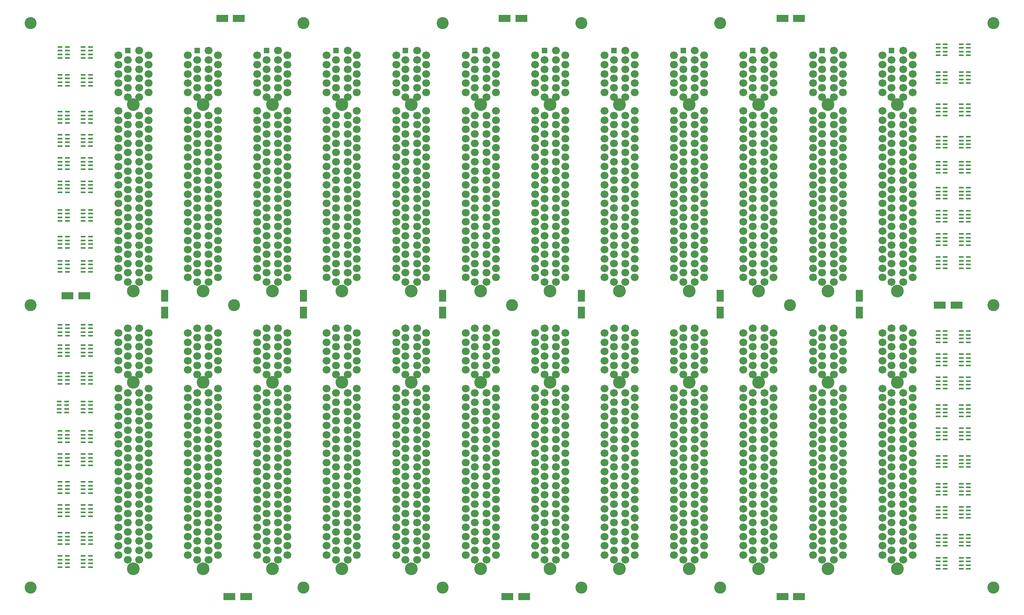
<source format=gts>
G04 #@! TF.GenerationSoftware,KiCad,Pcbnew,(5.0.0-rc2-35-gda6600525)*
G04 #@! TF.CreationDate,2018-06-30T14:58:03-07:00*
G04 #@! TF.ProjectId,register-motherboard,72656769737465722D6D6F7468657262,rev?*
G04 #@! TF.SameCoordinates,Original*
G04 #@! TF.FileFunction,Soldermask,Top*
G04 #@! TF.FilePolarity,Negative*
%FSLAX46Y46*%
G04 Gerber Fmt 4.6, Leading zero omitted, Abs format (unit mm)*
G04 Created by KiCad (PCBNEW (5.0.0-rc2-35-gda6600525)) date 06/30/18 14:58:03*
%MOMM*%
%LPD*%
G01*
G04 APERTURE LIST*
%ADD10C,2.600000*%
%ADD11R,2.600000X1.600000*%
%ADD12R,1.600000X2.600000*%
%ADD13R,1.000000X0.400000*%
%ADD14C,2.750000*%
%ADD15C,1.700000*%
%ADD16R,1.300000X1.300000*%
G04 APERTURE END LIST*
D10*
G04 #@! TO.C,REF\002A\002A*
X197000000Y-167000000D03*
G04 #@! TD*
G04 #@! TO.C,REF\002A\002A*
X256000000Y-167000000D03*
G04 #@! TD*
G04 #@! TO.C,REF\002A\002A*
X137000000Y-167000000D03*
G04 #@! TD*
G04 #@! TO.C,REF\002A\002A*
X107000000Y-167000000D03*
G04 #@! TD*
G04 #@! TO.C,REF\002A\002A*
X48000000Y-167000000D03*
G04 #@! TD*
G04 #@! TO.C,REF\002A\002A*
X167000000Y-167000000D03*
G04 #@! TD*
G04 #@! TO.C,REF\002A\002A*
X167000000Y-45000000D03*
G04 #@! TD*
G04 #@! TO.C,REF\002A\002A*
X137000000Y-45000000D03*
G04 #@! TD*
G04 #@! TO.C,REF\002A\002A*
X107000000Y-45000000D03*
G04 #@! TD*
G04 #@! TO.C,REF\002A\002A*
X48000000Y-45000000D03*
G04 #@! TD*
G04 #@! TO.C,REF\002A\002A*
X197000000Y-45000000D03*
G04 #@! TD*
G04 #@! TO.C,REF\002A\002A*
X256000000Y-45000000D03*
G04 #@! TD*
G04 #@! TO.C,REF\002A\002A*
X48000000Y-106000000D03*
G04 #@! TD*
G04 #@! TO.C,REF\002A\002A*
X152000000Y-106000000D03*
G04 #@! TD*
G04 #@! TO.C,REF\002A\002A*
X92000000Y-106000000D03*
G04 #@! TD*
G04 #@! TO.C,REF\002A\002A*
X256000000Y-106000000D03*
G04 #@! TD*
D11*
G04 #@! TO.C,C2*
X59600000Y-103980000D03*
X56000000Y-103980000D03*
G04 #@! TD*
G04 #@! TO.C,C1*
X244400000Y-106000000D03*
X248000000Y-106000000D03*
G04 #@! TD*
D12*
G04 #@! TO.C,C3*
X77000000Y-107600000D03*
X77000000Y-104000000D03*
G04 #@! TD*
D11*
G04 #@! TO.C,C4*
X93000000Y-44000000D03*
X89400000Y-44000000D03*
G04 #@! TD*
D12*
G04 #@! TO.C,C5*
X107000000Y-107600000D03*
X107000000Y-104000000D03*
G04 #@! TD*
D11*
G04 #@! TO.C,C6*
X94600000Y-169000000D03*
X91000000Y-169000000D03*
G04 #@! TD*
D12*
G04 #@! TO.C,C7*
X137000000Y-107600000D03*
X137000000Y-104000000D03*
G04 #@! TD*
D11*
G04 #@! TO.C,C8*
X154000000Y-44000000D03*
X150400000Y-44000000D03*
G04 #@! TD*
D12*
G04 #@! TO.C,C9*
X167000000Y-107600000D03*
X167000000Y-104000000D03*
G04 #@! TD*
D11*
G04 #@! TO.C,C10*
X154600000Y-169000000D03*
X151000000Y-169000000D03*
G04 #@! TD*
D12*
G04 #@! TO.C,C11*
X197000000Y-107600000D03*
X197000000Y-104000000D03*
G04 #@! TD*
D11*
G04 #@! TO.C,C12*
X214000000Y-44000000D03*
X210400000Y-44000000D03*
G04 #@! TD*
D13*
G04 #@! TO.C,CN1*
X54400000Y-96400000D03*
X54400000Y-97200000D03*
X54400000Y-98000000D03*
X54400000Y-98800000D03*
X56000000Y-98800000D03*
X56000000Y-98000000D03*
X56000000Y-97200000D03*
X56000000Y-96400000D03*
G04 #@! TD*
G04 #@! TO.C,CN2*
X54400000Y-91200000D03*
X54400000Y-92000000D03*
X54400000Y-92800000D03*
X54400000Y-93600000D03*
X56000000Y-93600000D03*
X56000000Y-92800000D03*
X56000000Y-92000000D03*
X56000000Y-91200000D03*
G04 #@! TD*
G04 #@! TO.C,CN3*
X54400000Y-85400000D03*
X54400000Y-86200000D03*
X54400000Y-87000000D03*
X54400000Y-87800000D03*
X56000000Y-87800000D03*
X56000000Y-87000000D03*
X56000000Y-86200000D03*
X56000000Y-85400000D03*
G04 #@! TD*
G04 #@! TO.C,CN4*
X54400000Y-79200000D03*
X54400000Y-80000000D03*
X54400000Y-80800000D03*
X54400000Y-81600000D03*
X56000000Y-81600000D03*
X56000000Y-80800000D03*
X56000000Y-80000000D03*
X56000000Y-79200000D03*
G04 #@! TD*
G04 #@! TO.C,CN5*
X54400000Y-74200000D03*
X54400000Y-75000000D03*
X54400000Y-75800000D03*
X54400000Y-76600000D03*
X56000000Y-76600000D03*
X56000000Y-75800000D03*
X56000000Y-75000000D03*
X56000000Y-74200000D03*
G04 #@! TD*
G04 #@! TO.C,CN6*
X54400000Y-69200000D03*
X54400000Y-70000000D03*
X54400000Y-70800000D03*
X54400000Y-71600000D03*
X56000000Y-71600000D03*
X56000000Y-70800000D03*
X56000000Y-70000000D03*
X56000000Y-69200000D03*
G04 #@! TD*
G04 #@! TO.C,CN7*
X54400000Y-64200000D03*
X54400000Y-65000000D03*
X54400000Y-65800000D03*
X54400000Y-66600000D03*
X56000000Y-66600000D03*
X56000000Y-65800000D03*
X56000000Y-65000000D03*
X56000000Y-64200000D03*
G04 #@! TD*
G04 #@! TO.C,CN8*
X56000000Y-56200000D03*
X56000000Y-57000000D03*
X56000000Y-57800000D03*
X56000000Y-58600000D03*
X54400000Y-58600000D03*
X54400000Y-57800000D03*
X54400000Y-57000000D03*
X54400000Y-56200000D03*
G04 #@! TD*
G04 #@! TO.C,CN9*
X54400000Y-50200000D03*
X54400000Y-51000000D03*
X54400000Y-51800000D03*
X54400000Y-52600000D03*
X56000000Y-52600000D03*
X56000000Y-51800000D03*
X56000000Y-51000000D03*
X56000000Y-50200000D03*
G04 #@! TD*
G04 #@! TO.C,CN10*
X56000000Y-160200000D03*
X56000000Y-161000000D03*
X56000000Y-161800000D03*
X56000000Y-162600000D03*
X54400000Y-162600000D03*
X54400000Y-161800000D03*
X54400000Y-161000000D03*
X54400000Y-160200000D03*
G04 #@! TD*
G04 #@! TO.C,CN11*
X56000000Y-155200000D03*
X56000000Y-156000000D03*
X56000000Y-156800000D03*
X56000000Y-157600000D03*
X54400000Y-157600000D03*
X54400000Y-156800000D03*
X54400000Y-156000000D03*
X54400000Y-155200000D03*
G04 #@! TD*
G04 #@! TO.C,CN12*
X56000000Y-149200000D03*
X56000000Y-150000000D03*
X56000000Y-150800000D03*
X56000000Y-151600000D03*
X54400000Y-151600000D03*
X54400000Y-150800000D03*
X54400000Y-150000000D03*
X54400000Y-149200000D03*
G04 #@! TD*
G04 #@! TO.C,CN13*
X56000000Y-144200000D03*
X56000000Y-145000000D03*
X56000000Y-145800000D03*
X56000000Y-146600000D03*
X54400000Y-146600000D03*
X54400000Y-145800000D03*
X54400000Y-145000000D03*
X54400000Y-144200000D03*
G04 #@! TD*
G04 #@! TO.C,CN14*
X56000000Y-138200000D03*
X56000000Y-139000000D03*
X56000000Y-139800000D03*
X56000000Y-140600000D03*
X54400000Y-140600000D03*
X54400000Y-139800000D03*
X54400000Y-139000000D03*
X54400000Y-138200000D03*
G04 #@! TD*
G04 #@! TO.C,CN15*
X56000000Y-133200000D03*
X56000000Y-134000000D03*
X56000000Y-134800000D03*
X56000000Y-135600000D03*
X54400000Y-135600000D03*
X54400000Y-134800000D03*
X54400000Y-134000000D03*
X54400000Y-133200000D03*
G04 #@! TD*
G04 #@! TO.C,CN16*
X55800000Y-126800000D03*
X55800000Y-127600000D03*
X55800000Y-128400000D03*
X55800000Y-129200000D03*
X54200000Y-129200000D03*
X54200000Y-128400000D03*
X54200000Y-127600000D03*
X54200000Y-126800000D03*
G04 #@! TD*
G04 #@! TO.C,CN17*
X56000000Y-120600000D03*
X56000000Y-121400000D03*
X56000000Y-122200000D03*
X56000000Y-123000000D03*
X54400000Y-123000000D03*
X54400000Y-122200000D03*
X54400000Y-121400000D03*
X54400000Y-120600000D03*
G04 #@! TD*
G04 #@! TO.C,CN18*
X56000000Y-114600000D03*
X56000000Y-115400000D03*
X56000000Y-116200000D03*
X56000000Y-117000000D03*
X54400000Y-117000000D03*
X54400000Y-116200000D03*
X54400000Y-115400000D03*
X54400000Y-114600000D03*
G04 #@! TD*
G04 #@! TO.C,CN19*
X56000000Y-110200000D03*
X56000000Y-111000000D03*
X56000000Y-111800000D03*
X56000000Y-112600000D03*
X54400000Y-112600000D03*
X54400000Y-111800000D03*
X54400000Y-111000000D03*
X54400000Y-110200000D03*
G04 #@! TD*
D14*
G04 #@! TO.C,P1*
X130250000Y-162950000D03*
X130250000Y-122650000D03*
X130250000Y-102950000D03*
X130250000Y-62650000D03*
D15*
X131500000Y-111000000D03*
X131500000Y-113000000D03*
X131500000Y-115000000D03*
X133500000Y-112000000D03*
X133500000Y-114000000D03*
X133500000Y-116000000D03*
X129000000Y-111000000D03*
X127000000Y-114000000D03*
X129000000Y-113000000D03*
X129000000Y-115000000D03*
X127000000Y-112000000D03*
X131500000Y-117000000D03*
X131500000Y-121000000D03*
X131500000Y-119000000D03*
X133500000Y-118000000D03*
X133500000Y-120000000D03*
X127000000Y-116000000D03*
X127000000Y-118000000D03*
X129000000Y-117000000D03*
X129000000Y-119000000D03*
X127000000Y-120000000D03*
X129000000Y-121000000D03*
X127000000Y-124000000D03*
X127000000Y-128000000D03*
X129000000Y-125000000D03*
X129000000Y-127000000D03*
X127000000Y-126000000D03*
X131500000Y-127000000D03*
X133500000Y-128000000D03*
X133500000Y-126000000D03*
X133500000Y-124000000D03*
X131500000Y-125000000D03*
X127000000Y-152000000D03*
X127000000Y-156000000D03*
X127000000Y-154000000D03*
X129000000Y-151000000D03*
X129000000Y-157000000D03*
X129000000Y-155000000D03*
X129000000Y-153000000D03*
X127000000Y-150000000D03*
X129000000Y-143000000D03*
X127000000Y-148000000D03*
X127000000Y-146000000D03*
X127000000Y-144000000D03*
X129000000Y-149000000D03*
X129000000Y-145000000D03*
X129000000Y-147000000D03*
X127000000Y-160000000D03*
X129000000Y-159000000D03*
X127000000Y-158000000D03*
X129000000Y-161000000D03*
X131500000Y-161000000D03*
X131500000Y-159000000D03*
X133500000Y-160000000D03*
X133500000Y-158000000D03*
X131500000Y-149000000D03*
X131500000Y-151000000D03*
X133500000Y-152000000D03*
X133500000Y-150000000D03*
X131500000Y-157000000D03*
X131500000Y-153000000D03*
X133500000Y-156000000D03*
X133500000Y-154000000D03*
X131500000Y-155000000D03*
X131500000Y-147000000D03*
X131500000Y-145000000D03*
X133500000Y-144000000D03*
X131500000Y-143000000D03*
X133500000Y-146000000D03*
X133500000Y-148000000D03*
X131500000Y-139000000D03*
X133500000Y-142000000D03*
X131500000Y-141000000D03*
X133500000Y-140000000D03*
X133500000Y-138000000D03*
X133500000Y-136000000D03*
X127000000Y-142000000D03*
X127000000Y-138000000D03*
X127000000Y-136000000D03*
X129000000Y-141000000D03*
X129000000Y-139000000D03*
X127000000Y-140000000D03*
X129000000Y-135000000D03*
X129000000Y-137000000D03*
X131500000Y-137000000D03*
X131500000Y-135000000D03*
X133500000Y-134000000D03*
X129000000Y-133000000D03*
X127000000Y-134000000D03*
X127000000Y-132000000D03*
X127000000Y-130000000D03*
X129000000Y-131000000D03*
X129000000Y-129000000D03*
X131500000Y-133000000D03*
X131500000Y-131000000D03*
X133500000Y-132000000D03*
X133500000Y-130000000D03*
X131500000Y-129000000D03*
D16*
X129000000Y-51000000D03*
D15*
X131500000Y-51000000D03*
X127000000Y-52000000D03*
X127000000Y-54000000D03*
X127000000Y-56000000D03*
X127000000Y-58000000D03*
X129000000Y-53000000D03*
X129000000Y-55000000D03*
X129000000Y-57000000D03*
X129000000Y-59000000D03*
X131500000Y-53000000D03*
X131500000Y-55000000D03*
X131500000Y-57000000D03*
X131500000Y-59000000D03*
X133500000Y-52000000D03*
X133500000Y-54000000D03*
X133500000Y-56000000D03*
X133500000Y-58000000D03*
X127000000Y-60000000D03*
X133500000Y-60000000D03*
X129000000Y-61000000D03*
X131500000Y-61000000D03*
X127000000Y-100000000D03*
X127000000Y-92000000D03*
X127000000Y-90000000D03*
X127000000Y-94000000D03*
X127000000Y-96000000D03*
X127000000Y-98000000D03*
X127000000Y-88000000D03*
X127000000Y-86000000D03*
X127000000Y-64000000D03*
X127000000Y-66000000D03*
X127000000Y-68000000D03*
X127000000Y-82000000D03*
X127000000Y-80000000D03*
X127000000Y-84000000D03*
X127000000Y-74000000D03*
X127000000Y-72000000D03*
X127000000Y-70000000D03*
X127000000Y-78000000D03*
X127000000Y-76000000D03*
X129000000Y-91000000D03*
X129000000Y-89000000D03*
X129000000Y-93000000D03*
X129000000Y-81000000D03*
X129000000Y-79000000D03*
X129000000Y-83000000D03*
X129000000Y-71000000D03*
X129000000Y-69000000D03*
X129000000Y-73000000D03*
X129000000Y-99000000D03*
X129000000Y-97000000D03*
X129000000Y-95000000D03*
X129000000Y-101000000D03*
X129000000Y-85000000D03*
X129000000Y-87000000D03*
X129000000Y-75000000D03*
X129000000Y-77000000D03*
X129000000Y-65000000D03*
X129000000Y-67000000D03*
X131500000Y-101000000D03*
X131500000Y-97000000D03*
X131500000Y-95000000D03*
X131500000Y-99000000D03*
X131500000Y-93000000D03*
X131500000Y-89000000D03*
X131500000Y-87000000D03*
X131500000Y-85000000D03*
X131500000Y-91000000D03*
X131500000Y-83000000D03*
X131500000Y-79000000D03*
X131500000Y-77000000D03*
X131500000Y-75000000D03*
X131500000Y-81000000D03*
X131500000Y-73000000D03*
X131500000Y-69000000D03*
X131500000Y-67000000D03*
X131500000Y-65000000D03*
X131500000Y-71000000D03*
X133500000Y-100000000D03*
X133500000Y-98000000D03*
X133500000Y-96000000D03*
X133500000Y-94000000D03*
X133500000Y-92000000D03*
X133500000Y-90000000D03*
X133500000Y-88000000D03*
X133500000Y-86000000D03*
X133500000Y-84000000D03*
X133500000Y-82000000D03*
X133500000Y-80000000D03*
X133500000Y-78000000D03*
X133500000Y-76000000D03*
X133500000Y-74000000D03*
X133500000Y-72000000D03*
X133500000Y-70000000D03*
X133500000Y-68000000D03*
X133500000Y-66000000D03*
X133500000Y-64000000D03*
G04 #@! TD*
G04 #@! TO.C,P2*
X88500000Y-64000000D03*
X88500000Y-66000000D03*
X88500000Y-68000000D03*
X88500000Y-70000000D03*
X88500000Y-72000000D03*
X88500000Y-74000000D03*
X88500000Y-76000000D03*
X88500000Y-78000000D03*
X88500000Y-80000000D03*
X88500000Y-82000000D03*
X88500000Y-84000000D03*
X88500000Y-86000000D03*
X88500000Y-88000000D03*
X88500000Y-90000000D03*
X88500000Y-92000000D03*
X88500000Y-94000000D03*
X88500000Y-96000000D03*
X88500000Y-98000000D03*
X88500000Y-100000000D03*
X86500000Y-71000000D03*
X86500000Y-65000000D03*
X86500000Y-67000000D03*
X86500000Y-69000000D03*
X86500000Y-73000000D03*
X86500000Y-81000000D03*
X86500000Y-75000000D03*
X86500000Y-77000000D03*
X86500000Y-79000000D03*
X86500000Y-83000000D03*
X86500000Y-91000000D03*
X86500000Y-85000000D03*
X86500000Y-87000000D03*
X86500000Y-89000000D03*
X86500000Y-93000000D03*
X86500000Y-99000000D03*
X86500000Y-95000000D03*
X86500000Y-97000000D03*
X86500000Y-101000000D03*
X84000000Y-67000000D03*
X84000000Y-65000000D03*
X84000000Y-77000000D03*
X84000000Y-75000000D03*
X84000000Y-87000000D03*
X84000000Y-85000000D03*
X84000000Y-101000000D03*
X84000000Y-95000000D03*
X84000000Y-97000000D03*
X84000000Y-99000000D03*
X84000000Y-73000000D03*
X84000000Y-69000000D03*
X84000000Y-71000000D03*
X84000000Y-83000000D03*
X84000000Y-79000000D03*
X84000000Y-81000000D03*
X84000000Y-93000000D03*
X84000000Y-89000000D03*
X84000000Y-91000000D03*
X82000000Y-76000000D03*
X82000000Y-78000000D03*
X82000000Y-70000000D03*
X82000000Y-72000000D03*
X82000000Y-74000000D03*
X82000000Y-84000000D03*
X82000000Y-80000000D03*
X82000000Y-82000000D03*
X82000000Y-68000000D03*
X82000000Y-66000000D03*
X82000000Y-64000000D03*
X82000000Y-86000000D03*
X82000000Y-88000000D03*
X82000000Y-98000000D03*
X82000000Y-96000000D03*
X82000000Y-94000000D03*
X82000000Y-90000000D03*
X82000000Y-92000000D03*
X82000000Y-100000000D03*
X86500000Y-61000000D03*
X84000000Y-61000000D03*
X88500000Y-60000000D03*
X82000000Y-60000000D03*
X88500000Y-58000000D03*
X88500000Y-56000000D03*
X88500000Y-54000000D03*
X88500000Y-52000000D03*
X86500000Y-59000000D03*
X86500000Y-57000000D03*
X86500000Y-55000000D03*
X86500000Y-53000000D03*
X84000000Y-59000000D03*
X84000000Y-57000000D03*
X84000000Y-55000000D03*
X84000000Y-53000000D03*
X82000000Y-58000000D03*
X82000000Y-56000000D03*
X82000000Y-54000000D03*
X82000000Y-52000000D03*
X86500000Y-51000000D03*
D16*
X84000000Y-51000000D03*
D15*
X86500000Y-129000000D03*
X88500000Y-130000000D03*
X88500000Y-132000000D03*
X86500000Y-131000000D03*
X86500000Y-133000000D03*
X84000000Y-129000000D03*
X84000000Y-131000000D03*
X82000000Y-130000000D03*
X82000000Y-132000000D03*
X82000000Y-134000000D03*
X84000000Y-133000000D03*
X88500000Y-134000000D03*
X86500000Y-135000000D03*
X86500000Y-137000000D03*
X84000000Y-137000000D03*
X84000000Y-135000000D03*
X82000000Y-140000000D03*
X84000000Y-139000000D03*
X84000000Y-141000000D03*
X82000000Y-136000000D03*
X82000000Y-138000000D03*
X82000000Y-142000000D03*
X88500000Y-136000000D03*
X88500000Y-138000000D03*
X88500000Y-140000000D03*
X86500000Y-141000000D03*
X88500000Y-142000000D03*
X86500000Y-139000000D03*
X88500000Y-148000000D03*
X88500000Y-146000000D03*
X86500000Y-143000000D03*
X88500000Y-144000000D03*
X86500000Y-145000000D03*
X86500000Y-147000000D03*
X86500000Y-155000000D03*
X88500000Y-154000000D03*
X88500000Y-156000000D03*
X86500000Y-153000000D03*
X86500000Y-157000000D03*
X88500000Y-150000000D03*
X88500000Y-152000000D03*
X86500000Y-151000000D03*
X86500000Y-149000000D03*
X88500000Y-158000000D03*
X88500000Y-160000000D03*
X86500000Y-159000000D03*
X86500000Y-161000000D03*
X84000000Y-161000000D03*
X82000000Y-158000000D03*
X84000000Y-159000000D03*
X82000000Y-160000000D03*
X84000000Y-147000000D03*
X84000000Y-145000000D03*
X84000000Y-149000000D03*
X82000000Y-144000000D03*
X82000000Y-146000000D03*
X82000000Y-148000000D03*
X84000000Y-143000000D03*
X82000000Y-150000000D03*
X84000000Y-153000000D03*
X84000000Y-155000000D03*
X84000000Y-157000000D03*
X84000000Y-151000000D03*
X82000000Y-154000000D03*
X82000000Y-156000000D03*
X82000000Y-152000000D03*
X86500000Y-125000000D03*
X88500000Y-124000000D03*
X88500000Y-126000000D03*
X88500000Y-128000000D03*
X86500000Y-127000000D03*
X82000000Y-126000000D03*
X84000000Y-127000000D03*
X84000000Y-125000000D03*
X82000000Y-128000000D03*
X82000000Y-124000000D03*
X84000000Y-121000000D03*
X82000000Y-120000000D03*
X84000000Y-119000000D03*
X84000000Y-117000000D03*
X82000000Y-118000000D03*
X82000000Y-116000000D03*
X88500000Y-120000000D03*
X88500000Y-118000000D03*
X86500000Y-119000000D03*
X86500000Y-121000000D03*
X86500000Y-117000000D03*
X82000000Y-112000000D03*
X84000000Y-115000000D03*
X84000000Y-113000000D03*
X82000000Y-114000000D03*
X84000000Y-111000000D03*
X88500000Y-116000000D03*
X88500000Y-114000000D03*
X88500000Y-112000000D03*
X86500000Y-115000000D03*
X86500000Y-113000000D03*
X86500000Y-111000000D03*
D14*
X85250000Y-62650000D03*
X85250000Y-102950000D03*
X85250000Y-122650000D03*
X85250000Y-162950000D03*
G04 #@! TD*
G04 #@! TO.C,P3*
X100250000Y-162950000D03*
X100250000Y-122650000D03*
X100250000Y-102950000D03*
X100250000Y-62650000D03*
D15*
X101500000Y-111000000D03*
X101500000Y-113000000D03*
X101500000Y-115000000D03*
X103500000Y-112000000D03*
X103500000Y-114000000D03*
X103500000Y-116000000D03*
X99000000Y-111000000D03*
X97000000Y-114000000D03*
X99000000Y-113000000D03*
X99000000Y-115000000D03*
X97000000Y-112000000D03*
X101500000Y-117000000D03*
X101500000Y-121000000D03*
X101500000Y-119000000D03*
X103500000Y-118000000D03*
X103500000Y-120000000D03*
X97000000Y-116000000D03*
X97000000Y-118000000D03*
X99000000Y-117000000D03*
X99000000Y-119000000D03*
X97000000Y-120000000D03*
X99000000Y-121000000D03*
X97000000Y-124000000D03*
X97000000Y-128000000D03*
X99000000Y-125000000D03*
X99000000Y-127000000D03*
X97000000Y-126000000D03*
X101500000Y-127000000D03*
X103500000Y-128000000D03*
X103500000Y-126000000D03*
X103500000Y-124000000D03*
X101500000Y-125000000D03*
X97000000Y-152000000D03*
X97000000Y-156000000D03*
X97000000Y-154000000D03*
X99000000Y-151000000D03*
X99000000Y-157000000D03*
X99000000Y-155000000D03*
X99000000Y-153000000D03*
X97000000Y-150000000D03*
X99000000Y-143000000D03*
X97000000Y-148000000D03*
X97000000Y-146000000D03*
X97000000Y-144000000D03*
X99000000Y-149000000D03*
X99000000Y-145000000D03*
X99000000Y-147000000D03*
X97000000Y-160000000D03*
X99000000Y-159000000D03*
X97000000Y-158000000D03*
X99000000Y-161000000D03*
X101500000Y-161000000D03*
X101500000Y-159000000D03*
X103500000Y-160000000D03*
X103500000Y-158000000D03*
X101500000Y-149000000D03*
X101500000Y-151000000D03*
X103500000Y-152000000D03*
X103500000Y-150000000D03*
X101500000Y-157000000D03*
X101500000Y-153000000D03*
X103500000Y-156000000D03*
X103500000Y-154000000D03*
X101500000Y-155000000D03*
X101500000Y-147000000D03*
X101500000Y-145000000D03*
X103500000Y-144000000D03*
X101500000Y-143000000D03*
X103500000Y-146000000D03*
X103500000Y-148000000D03*
X101500000Y-139000000D03*
X103500000Y-142000000D03*
X101500000Y-141000000D03*
X103500000Y-140000000D03*
X103500000Y-138000000D03*
X103500000Y-136000000D03*
X97000000Y-142000000D03*
X97000000Y-138000000D03*
X97000000Y-136000000D03*
X99000000Y-141000000D03*
X99000000Y-139000000D03*
X97000000Y-140000000D03*
X99000000Y-135000000D03*
X99000000Y-137000000D03*
X101500000Y-137000000D03*
X101500000Y-135000000D03*
X103500000Y-134000000D03*
X99000000Y-133000000D03*
X97000000Y-134000000D03*
X97000000Y-132000000D03*
X97000000Y-130000000D03*
X99000000Y-131000000D03*
X99000000Y-129000000D03*
X101500000Y-133000000D03*
X101500000Y-131000000D03*
X103500000Y-132000000D03*
X103500000Y-130000000D03*
X101500000Y-129000000D03*
D16*
X99000000Y-51000000D03*
D15*
X101500000Y-51000000D03*
X97000000Y-52000000D03*
X97000000Y-54000000D03*
X97000000Y-56000000D03*
X97000000Y-58000000D03*
X99000000Y-53000000D03*
X99000000Y-55000000D03*
X99000000Y-57000000D03*
X99000000Y-59000000D03*
X101500000Y-53000000D03*
X101500000Y-55000000D03*
X101500000Y-57000000D03*
X101500000Y-59000000D03*
X103500000Y-52000000D03*
X103500000Y-54000000D03*
X103500000Y-56000000D03*
X103500000Y-58000000D03*
X97000000Y-60000000D03*
X103500000Y-60000000D03*
X99000000Y-61000000D03*
X101500000Y-61000000D03*
X97000000Y-100000000D03*
X97000000Y-92000000D03*
X97000000Y-90000000D03*
X97000000Y-94000000D03*
X97000000Y-96000000D03*
X97000000Y-98000000D03*
X97000000Y-88000000D03*
X97000000Y-86000000D03*
X97000000Y-64000000D03*
X97000000Y-66000000D03*
X97000000Y-68000000D03*
X97000000Y-82000000D03*
X97000000Y-80000000D03*
X97000000Y-84000000D03*
X97000000Y-74000000D03*
X97000000Y-72000000D03*
X97000000Y-70000000D03*
X97000000Y-78000000D03*
X97000000Y-76000000D03*
X99000000Y-91000000D03*
X99000000Y-89000000D03*
X99000000Y-93000000D03*
X99000000Y-81000000D03*
X99000000Y-79000000D03*
X99000000Y-83000000D03*
X99000000Y-71000000D03*
X99000000Y-69000000D03*
X99000000Y-73000000D03*
X99000000Y-99000000D03*
X99000000Y-97000000D03*
X99000000Y-95000000D03*
X99000000Y-101000000D03*
X99000000Y-85000000D03*
X99000000Y-87000000D03*
X99000000Y-75000000D03*
X99000000Y-77000000D03*
X99000000Y-65000000D03*
X99000000Y-67000000D03*
X101500000Y-101000000D03*
X101500000Y-97000000D03*
X101500000Y-95000000D03*
X101500000Y-99000000D03*
X101500000Y-93000000D03*
X101500000Y-89000000D03*
X101500000Y-87000000D03*
X101500000Y-85000000D03*
X101500000Y-91000000D03*
X101500000Y-83000000D03*
X101500000Y-79000000D03*
X101500000Y-77000000D03*
X101500000Y-75000000D03*
X101500000Y-81000000D03*
X101500000Y-73000000D03*
X101500000Y-69000000D03*
X101500000Y-67000000D03*
X101500000Y-65000000D03*
X101500000Y-71000000D03*
X103500000Y-100000000D03*
X103500000Y-98000000D03*
X103500000Y-96000000D03*
X103500000Y-94000000D03*
X103500000Y-92000000D03*
X103500000Y-90000000D03*
X103500000Y-88000000D03*
X103500000Y-86000000D03*
X103500000Y-84000000D03*
X103500000Y-82000000D03*
X103500000Y-80000000D03*
X103500000Y-78000000D03*
X103500000Y-76000000D03*
X103500000Y-74000000D03*
X103500000Y-72000000D03*
X103500000Y-70000000D03*
X103500000Y-68000000D03*
X103500000Y-66000000D03*
X103500000Y-64000000D03*
G04 #@! TD*
G04 #@! TO.C,P4*
X238500000Y-64000000D03*
X238500000Y-66000000D03*
X238500000Y-68000000D03*
X238500000Y-70000000D03*
X238500000Y-72000000D03*
X238500000Y-74000000D03*
X238500000Y-76000000D03*
X238500000Y-78000000D03*
X238500000Y-80000000D03*
X238500000Y-82000000D03*
X238500000Y-84000000D03*
X238500000Y-86000000D03*
X238500000Y-88000000D03*
X238500000Y-90000000D03*
X238500000Y-92000000D03*
X238500000Y-94000000D03*
X238500000Y-96000000D03*
X238500000Y-98000000D03*
X238500000Y-100000000D03*
X236500000Y-71000000D03*
X236500000Y-65000000D03*
X236500000Y-67000000D03*
X236500000Y-69000000D03*
X236500000Y-73000000D03*
X236500000Y-81000000D03*
X236500000Y-75000000D03*
X236500000Y-77000000D03*
X236500000Y-79000000D03*
X236500000Y-83000000D03*
X236500000Y-91000000D03*
X236500000Y-85000000D03*
X236500000Y-87000000D03*
X236500000Y-89000000D03*
X236500000Y-93000000D03*
X236500000Y-99000000D03*
X236500000Y-95000000D03*
X236500000Y-97000000D03*
X236500000Y-101000000D03*
X234000000Y-67000000D03*
X234000000Y-65000000D03*
X234000000Y-77000000D03*
X234000000Y-75000000D03*
X234000000Y-87000000D03*
X234000000Y-85000000D03*
X234000000Y-101000000D03*
X234000000Y-95000000D03*
X234000000Y-97000000D03*
X234000000Y-99000000D03*
X234000000Y-73000000D03*
X234000000Y-69000000D03*
X234000000Y-71000000D03*
X234000000Y-83000000D03*
X234000000Y-79000000D03*
X234000000Y-81000000D03*
X234000000Y-93000000D03*
X234000000Y-89000000D03*
X234000000Y-91000000D03*
X232000000Y-76000000D03*
X232000000Y-78000000D03*
X232000000Y-70000000D03*
X232000000Y-72000000D03*
X232000000Y-74000000D03*
X232000000Y-84000000D03*
X232000000Y-80000000D03*
X232000000Y-82000000D03*
X232000000Y-68000000D03*
X232000000Y-66000000D03*
X232000000Y-64000000D03*
X232000000Y-86000000D03*
X232000000Y-88000000D03*
X232000000Y-98000000D03*
X232000000Y-96000000D03*
X232000000Y-94000000D03*
X232000000Y-90000000D03*
X232000000Y-92000000D03*
X232000000Y-100000000D03*
X236500000Y-61000000D03*
X234000000Y-61000000D03*
X238500000Y-60000000D03*
X232000000Y-60000000D03*
X238500000Y-58000000D03*
X238500000Y-56000000D03*
X238500000Y-54000000D03*
X238500000Y-52000000D03*
X236500000Y-59000000D03*
X236500000Y-57000000D03*
X236500000Y-55000000D03*
X236500000Y-53000000D03*
X234000000Y-59000000D03*
X234000000Y-57000000D03*
X234000000Y-55000000D03*
X234000000Y-53000000D03*
X232000000Y-58000000D03*
X232000000Y-56000000D03*
X232000000Y-54000000D03*
X232000000Y-52000000D03*
X236500000Y-51000000D03*
D16*
X234000000Y-51000000D03*
D15*
X236500000Y-129000000D03*
X238500000Y-130000000D03*
X238500000Y-132000000D03*
X236500000Y-131000000D03*
X236500000Y-133000000D03*
X234000000Y-129000000D03*
X234000000Y-131000000D03*
X232000000Y-130000000D03*
X232000000Y-132000000D03*
X232000000Y-134000000D03*
X234000000Y-133000000D03*
X238500000Y-134000000D03*
X236500000Y-135000000D03*
X236500000Y-137000000D03*
X234000000Y-137000000D03*
X234000000Y-135000000D03*
X232000000Y-140000000D03*
X234000000Y-139000000D03*
X234000000Y-141000000D03*
X232000000Y-136000000D03*
X232000000Y-138000000D03*
X232000000Y-142000000D03*
X238500000Y-136000000D03*
X238500000Y-138000000D03*
X238500000Y-140000000D03*
X236500000Y-141000000D03*
X238500000Y-142000000D03*
X236500000Y-139000000D03*
X238500000Y-148000000D03*
X238500000Y-146000000D03*
X236500000Y-143000000D03*
X238500000Y-144000000D03*
X236500000Y-145000000D03*
X236500000Y-147000000D03*
X236500000Y-155000000D03*
X238500000Y-154000000D03*
X238500000Y-156000000D03*
X236500000Y-153000000D03*
X236500000Y-157000000D03*
X238500000Y-150000000D03*
X238500000Y-152000000D03*
X236500000Y-151000000D03*
X236500000Y-149000000D03*
X238500000Y-158000000D03*
X238500000Y-160000000D03*
X236500000Y-159000000D03*
X236500000Y-161000000D03*
X234000000Y-161000000D03*
X232000000Y-158000000D03*
X234000000Y-159000000D03*
X232000000Y-160000000D03*
X234000000Y-147000000D03*
X234000000Y-145000000D03*
X234000000Y-149000000D03*
X232000000Y-144000000D03*
X232000000Y-146000000D03*
X232000000Y-148000000D03*
X234000000Y-143000000D03*
X232000000Y-150000000D03*
X234000000Y-153000000D03*
X234000000Y-155000000D03*
X234000000Y-157000000D03*
X234000000Y-151000000D03*
X232000000Y-154000000D03*
X232000000Y-156000000D03*
X232000000Y-152000000D03*
X236500000Y-125000000D03*
X238500000Y-124000000D03*
X238500000Y-126000000D03*
X238500000Y-128000000D03*
X236500000Y-127000000D03*
X232000000Y-126000000D03*
X234000000Y-127000000D03*
X234000000Y-125000000D03*
X232000000Y-128000000D03*
X232000000Y-124000000D03*
X234000000Y-121000000D03*
X232000000Y-120000000D03*
X234000000Y-119000000D03*
X234000000Y-117000000D03*
X232000000Y-118000000D03*
X232000000Y-116000000D03*
X238500000Y-120000000D03*
X238500000Y-118000000D03*
X236500000Y-119000000D03*
X236500000Y-121000000D03*
X236500000Y-117000000D03*
X232000000Y-112000000D03*
X234000000Y-115000000D03*
X234000000Y-113000000D03*
X232000000Y-114000000D03*
X234000000Y-111000000D03*
X238500000Y-116000000D03*
X238500000Y-114000000D03*
X238500000Y-112000000D03*
X236500000Y-115000000D03*
X236500000Y-113000000D03*
X236500000Y-111000000D03*
D14*
X235250000Y-62650000D03*
X235250000Y-102950000D03*
X235250000Y-122650000D03*
X235250000Y-162950000D03*
G04 #@! TD*
G04 #@! TO.C,P5*
X70250000Y-162950000D03*
X70250000Y-122650000D03*
X70250000Y-102950000D03*
X70250000Y-62650000D03*
D15*
X71500000Y-111000000D03*
X71500000Y-113000000D03*
X71500000Y-115000000D03*
X73500000Y-112000000D03*
X73500000Y-114000000D03*
X73500000Y-116000000D03*
X69000000Y-111000000D03*
X67000000Y-114000000D03*
X69000000Y-113000000D03*
X69000000Y-115000000D03*
X67000000Y-112000000D03*
X71500000Y-117000000D03*
X71500000Y-121000000D03*
X71500000Y-119000000D03*
X73500000Y-118000000D03*
X73500000Y-120000000D03*
X67000000Y-116000000D03*
X67000000Y-118000000D03*
X69000000Y-117000000D03*
X69000000Y-119000000D03*
X67000000Y-120000000D03*
X69000000Y-121000000D03*
X67000000Y-124000000D03*
X67000000Y-128000000D03*
X69000000Y-125000000D03*
X69000000Y-127000000D03*
X67000000Y-126000000D03*
X71500000Y-127000000D03*
X73500000Y-128000000D03*
X73500000Y-126000000D03*
X73500000Y-124000000D03*
X71500000Y-125000000D03*
X67000000Y-152000000D03*
X67000000Y-156000000D03*
X67000000Y-154000000D03*
X69000000Y-151000000D03*
X69000000Y-157000000D03*
X69000000Y-155000000D03*
X69000000Y-153000000D03*
X67000000Y-150000000D03*
X69000000Y-143000000D03*
X67000000Y-148000000D03*
X67000000Y-146000000D03*
X67000000Y-144000000D03*
X69000000Y-149000000D03*
X69000000Y-145000000D03*
X69000000Y-147000000D03*
X67000000Y-160000000D03*
X69000000Y-159000000D03*
X67000000Y-158000000D03*
X69000000Y-161000000D03*
X71500000Y-161000000D03*
X71500000Y-159000000D03*
X73500000Y-160000000D03*
X73500000Y-158000000D03*
X71500000Y-149000000D03*
X71500000Y-151000000D03*
X73500000Y-152000000D03*
X73500000Y-150000000D03*
X71500000Y-157000000D03*
X71500000Y-153000000D03*
X73500000Y-156000000D03*
X73500000Y-154000000D03*
X71500000Y-155000000D03*
X71500000Y-147000000D03*
X71500000Y-145000000D03*
X73500000Y-144000000D03*
X71500000Y-143000000D03*
X73500000Y-146000000D03*
X73500000Y-148000000D03*
X71500000Y-139000000D03*
X73500000Y-142000000D03*
X71500000Y-141000000D03*
X73500000Y-140000000D03*
X73500000Y-138000000D03*
X73500000Y-136000000D03*
X67000000Y-142000000D03*
X67000000Y-138000000D03*
X67000000Y-136000000D03*
X69000000Y-141000000D03*
X69000000Y-139000000D03*
X67000000Y-140000000D03*
X69000000Y-135000000D03*
X69000000Y-137000000D03*
X71500000Y-137000000D03*
X71500000Y-135000000D03*
X73500000Y-134000000D03*
X69000000Y-133000000D03*
X67000000Y-134000000D03*
X67000000Y-132000000D03*
X67000000Y-130000000D03*
X69000000Y-131000000D03*
X69000000Y-129000000D03*
X71500000Y-133000000D03*
X71500000Y-131000000D03*
X73500000Y-132000000D03*
X73500000Y-130000000D03*
X71500000Y-129000000D03*
D16*
X69000000Y-51000000D03*
D15*
X71500000Y-51000000D03*
X67000000Y-52000000D03*
X67000000Y-54000000D03*
X67000000Y-56000000D03*
X67000000Y-58000000D03*
X69000000Y-53000000D03*
X69000000Y-55000000D03*
X69000000Y-57000000D03*
X69000000Y-59000000D03*
X71500000Y-53000000D03*
X71500000Y-55000000D03*
X71500000Y-57000000D03*
X71500000Y-59000000D03*
X73500000Y-52000000D03*
X73500000Y-54000000D03*
X73500000Y-56000000D03*
X73500000Y-58000000D03*
X67000000Y-60000000D03*
X73500000Y-60000000D03*
X69000000Y-61000000D03*
X71500000Y-61000000D03*
X67000000Y-100000000D03*
X67000000Y-92000000D03*
X67000000Y-90000000D03*
X67000000Y-94000000D03*
X67000000Y-96000000D03*
X67000000Y-98000000D03*
X67000000Y-88000000D03*
X67000000Y-86000000D03*
X67000000Y-64000000D03*
X67000000Y-66000000D03*
X67000000Y-68000000D03*
X67000000Y-82000000D03*
X67000000Y-80000000D03*
X67000000Y-84000000D03*
X67000000Y-74000000D03*
X67000000Y-72000000D03*
X67000000Y-70000000D03*
X67000000Y-78000000D03*
X67000000Y-76000000D03*
X69000000Y-91000000D03*
X69000000Y-89000000D03*
X69000000Y-93000000D03*
X69000000Y-81000000D03*
X69000000Y-79000000D03*
X69000000Y-83000000D03*
X69000000Y-71000000D03*
X69000000Y-69000000D03*
X69000000Y-73000000D03*
X69000000Y-99000000D03*
X69000000Y-97000000D03*
X69000000Y-95000000D03*
X69000000Y-101000000D03*
X69000000Y-85000000D03*
X69000000Y-87000000D03*
X69000000Y-75000000D03*
X69000000Y-77000000D03*
X69000000Y-65000000D03*
X69000000Y-67000000D03*
X71500000Y-101000000D03*
X71500000Y-97000000D03*
X71500000Y-95000000D03*
X71500000Y-99000000D03*
X71500000Y-93000000D03*
X71500000Y-89000000D03*
X71500000Y-87000000D03*
X71500000Y-85000000D03*
X71500000Y-91000000D03*
X71500000Y-83000000D03*
X71500000Y-79000000D03*
X71500000Y-77000000D03*
X71500000Y-75000000D03*
X71500000Y-81000000D03*
X71500000Y-73000000D03*
X71500000Y-69000000D03*
X71500000Y-67000000D03*
X71500000Y-65000000D03*
X71500000Y-71000000D03*
X73500000Y-100000000D03*
X73500000Y-98000000D03*
X73500000Y-96000000D03*
X73500000Y-94000000D03*
X73500000Y-92000000D03*
X73500000Y-90000000D03*
X73500000Y-88000000D03*
X73500000Y-86000000D03*
X73500000Y-84000000D03*
X73500000Y-82000000D03*
X73500000Y-80000000D03*
X73500000Y-78000000D03*
X73500000Y-76000000D03*
X73500000Y-74000000D03*
X73500000Y-72000000D03*
X73500000Y-70000000D03*
X73500000Y-68000000D03*
X73500000Y-66000000D03*
X73500000Y-64000000D03*
G04 #@! TD*
G04 #@! TO.C,P6*
X118500000Y-64000000D03*
X118500000Y-66000000D03*
X118500000Y-68000000D03*
X118500000Y-70000000D03*
X118500000Y-72000000D03*
X118500000Y-74000000D03*
X118500000Y-76000000D03*
X118500000Y-78000000D03*
X118500000Y-80000000D03*
X118500000Y-82000000D03*
X118500000Y-84000000D03*
X118500000Y-86000000D03*
X118500000Y-88000000D03*
X118500000Y-90000000D03*
X118500000Y-92000000D03*
X118500000Y-94000000D03*
X118500000Y-96000000D03*
X118500000Y-98000000D03*
X118500000Y-100000000D03*
X116500000Y-71000000D03*
X116500000Y-65000000D03*
X116500000Y-67000000D03*
X116500000Y-69000000D03*
X116500000Y-73000000D03*
X116500000Y-81000000D03*
X116500000Y-75000000D03*
X116500000Y-77000000D03*
X116500000Y-79000000D03*
X116500000Y-83000000D03*
X116500000Y-91000000D03*
X116500000Y-85000000D03*
X116500000Y-87000000D03*
X116500000Y-89000000D03*
X116500000Y-93000000D03*
X116500000Y-99000000D03*
X116500000Y-95000000D03*
X116500000Y-97000000D03*
X116500000Y-101000000D03*
X114000000Y-67000000D03*
X114000000Y-65000000D03*
X114000000Y-77000000D03*
X114000000Y-75000000D03*
X114000000Y-87000000D03*
X114000000Y-85000000D03*
X114000000Y-101000000D03*
X114000000Y-95000000D03*
X114000000Y-97000000D03*
X114000000Y-99000000D03*
X114000000Y-73000000D03*
X114000000Y-69000000D03*
X114000000Y-71000000D03*
X114000000Y-83000000D03*
X114000000Y-79000000D03*
X114000000Y-81000000D03*
X114000000Y-93000000D03*
X114000000Y-89000000D03*
X114000000Y-91000000D03*
X112000000Y-76000000D03*
X112000000Y-78000000D03*
X112000000Y-70000000D03*
X112000000Y-72000000D03*
X112000000Y-74000000D03*
X112000000Y-84000000D03*
X112000000Y-80000000D03*
X112000000Y-82000000D03*
X112000000Y-68000000D03*
X112000000Y-66000000D03*
X112000000Y-64000000D03*
X112000000Y-86000000D03*
X112000000Y-88000000D03*
X112000000Y-98000000D03*
X112000000Y-96000000D03*
X112000000Y-94000000D03*
X112000000Y-90000000D03*
X112000000Y-92000000D03*
X112000000Y-100000000D03*
X116500000Y-61000000D03*
X114000000Y-61000000D03*
X118500000Y-60000000D03*
X112000000Y-60000000D03*
X118500000Y-58000000D03*
X118500000Y-56000000D03*
X118500000Y-54000000D03*
X118500000Y-52000000D03*
X116500000Y-59000000D03*
X116500000Y-57000000D03*
X116500000Y-55000000D03*
X116500000Y-53000000D03*
X114000000Y-59000000D03*
X114000000Y-57000000D03*
X114000000Y-55000000D03*
X114000000Y-53000000D03*
X112000000Y-58000000D03*
X112000000Y-56000000D03*
X112000000Y-54000000D03*
X112000000Y-52000000D03*
X116500000Y-51000000D03*
D16*
X114000000Y-51000000D03*
D15*
X116500000Y-129000000D03*
X118500000Y-130000000D03*
X118500000Y-132000000D03*
X116500000Y-131000000D03*
X116500000Y-133000000D03*
X114000000Y-129000000D03*
X114000000Y-131000000D03*
X112000000Y-130000000D03*
X112000000Y-132000000D03*
X112000000Y-134000000D03*
X114000000Y-133000000D03*
X118500000Y-134000000D03*
X116500000Y-135000000D03*
X116500000Y-137000000D03*
X114000000Y-137000000D03*
X114000000Y-135000000D03*
X112000000Y-140000000D03*
X114000000Y-139000000D03*
X114000000Y-141000000D03*
X112000000Y-136000000D03*
X112000000Y-138000000D03*
X112000000Y-142000000D03*
X118500000Y-136000000D03*
X118500000Y-138000000D03*
X118500000Y-140000000D03*
X116500000Y-141000000D03*
X118500000Y-142000000D03*
X116500000Y-139000000D03*
X118500000Y-148000000D03*
X118500000Y-146000000D03*
X116500000Y-143000000D03*
X118500000Y-144000000D03*
X116500000Y-145000000D03*
X116500000Y-147000000D03*
X116500000Y-155000000D03*
X118500000Y-154000000D03*
X118500000Y-156000000D03*
X116500000Y-153000000D03*
X116500000Y-157000000D03*
X118500000Y-150000000D03*
X118500000Y-152000000D03*
X116500000Y-151000000D03*
X116500000Y-149000000D03*
X118500000Y-158000000D03*
X118500000Y-160000000D03*
X116500000Y-159000000D03*
X116500000Y-161000000D03*
X114000000Y-161000000D03*
X112000000Y-158000000D03*
X114000000Y-159000000D03*
X112000000Y-160000000D03*
X114000000Y-147000000D03*
X114000000Y-145000000D03*
X114000000Y-149000000D03*
X112000000Y-144000000D03*
X112000000Y-146000000D03*
X112000000Y-148000000D03*
X114000000Y-143000000D03*
X112000000Y-150000000D03*
X114000000Y-153000000D03*
X114000000Y-155000000D03*
X114000000Y-157000000D03*
X114000000Y-151000000D03*
X112000000Y-154000000D03*
X112000000Y-156000000D03*
X112000000Y-152000000D03*
X116500000Y-125000000D03*
X118500000Y-124000000D03*
X118500000Y-126000000D03*
X118500000Y-128000000D03*
X116500000Y-127000000D03*
X112000000Y-126000000D03*
X114000000Y-127000000D03*
X114000000Y-125000000D03*
X112000000Y-128000000D03*
X112000000Y-124000000D03*
X114000000Y-121000000D03*
X112000000Y-120000000D03*
X114000000Y-119000000D03*
X114000000Y-117000000D03*
X112000000Y-118000000D03*
X112000000Y-116000000D03*
X118500000Y-120000000D03*
X118500000Y-118000000D03*
X116500000Y-119000000D03*
X116500000Y-121000000D03*
X116500000Y-117000000D03*
X112000000Y-112000000D03*
X114000000Y-115000000D03*
X114000000Y-113000000D03*
X112000000Y-114000000D03*
X114000000Y-111000000D03*
X118500000Y-116000000D03*
X118500000Y-114000000D03*
X118500000Y-112000000D03*
X116500000Y-115000000D03*
X116500000Y-113000000D03*
X116500000Y-111000000D03*
D14*
X115250000Y-62650000D03*
X115250000Y-102950000D03*
X115250000Y-122650000D03*
X115250000Y-162950000D03*
G04 #@! TD*
G04 #@! TO.C,P7*
X145250000Y-162950000D03*
X145250000Y-122650000D03*
X145250000Y-102950000D03*
X145250000Y-62650000D03*
D15*
X146500000Y-111000000D03*
X146500000Y-113000000D03*
X146500000Y-115000000D03*
X148500000Y-112000000D03*
X148500000Y-114000000D03*
X148500000Y-116000000D03*
X144000000Y-111000000D03*
X142000000Y-114000000D03*
X144000000Y-113000000D03*
X144000000Y-115000000D03*
X142000000Y-112000000D03*
X146500000Y-117000000D03*
X146500000Y-121000000D03*
X146500000Y-119000000D03*
X148500000Y-118000000D03*
X148500000Y-120000000D03*
X142000000Y-116000000D03*
X142000000Y-118000000D03*
X144000000Y-117000000D03*
X144000000Y-119000000D03*
X142000000Y-120000000D03*
X144000000Y-121000000D03*
X142000000Y-124000000D03*
X142000000Y-128000000D03*
X144000000Y-125000000D03*
X144000000Y-127000000D03*
X142000000Y-126000000D03*
X146500000Y-127000000D03*
X148500000Y-128000000D03*
X148500000Y-126000000D03*
X148500000Y-124000000D03*
X146500000Y-125000000D03*
X142000000Y-152000000D03*
X142000000Y-156000000D03*
X142000000Y-154000000D03*
X144000000Y-151000000D03*
X144000000Y-157000000D03*
X144000000Y-155000000D03*
X144000000Y-153000000D03*
X142000000Y-150000000D03*
X144000000Y-143000000D03*
X142000000Y-148000000D03*
X142000000Y-146000000D03*
X142000000Y-144000000D03*
X144000000Y-149000000D03*
X144000000Y-145000000D03*
X144000000Y-147000000D03*
X142000000Y-160000000D03*
X144000000Y-159000000D03*
X142000000Y-158000000D03*
X144000000Y-161000000D03*
X146500000Y-161000000D03*
X146500000Y-159000000D03*
X148500000Y-160000000D03*
X148500000Y-158000000D03*
X146500000Y-149000000D03*
X146500000Y-151000000D03*
X148500000Y-152000000D03*
X148500000Y-150000000D03*
X146500000Y-157000000D03*
X146500000Y-153000000D03*
X148500000Y-156000000D03*
X148500000Y-154000000D03*
X146500000Y-155000000D03*
X146500000Y-147000000D03*
X146500000Y-145000000D03*
X148500000Y-144000000D03*
X146500000Y-143000000D03*
X148500000Y-146000000D03*
X148500000Y-148000000D03*
X146500000Y-139000000D03*
X148500000Y-142000000D03*
X146500000Y-141000000D03*
X148500000Y-140000000D03*
X148500000Y-138000000D03*
X148500000Y-136000000D03*
X142000000Y-142000000D03*
X142000000Y-138000000D03*
X142000000Y-136000000D03*
X144000000Y-141000000D03*
X144000000Y-139000000D03*
X142000000Y-140000000D03*
X144000000Y-135000000D03*
X144000000Y-137000000D03*
X146500000Y-137000000D03*
X146500000Y-135000000D03*
X148500000Y-134000000D03*
X144000000Y-133000000D03*
X142000000Y-134000000D03*
X142000000Y-132000000D03*
X142000000Y-130000000D03*
X144000000Y-131000000D03*
X144000000Y-129000000D03*
X146500000Y-133000000D03*
X146500000Y-131000000D03*
X148500000Y-132000000D03*
X148500000Y-130000000D03*
X146500000Y-129000000D03*
D16*
X144000000Y-51000000D03*
D15*
X146500000Y-51000000D03*
X142000000Y-52000000D03*
X142000000Y-54000000D03*
X142000000Y-56000000D03*
X142000000Y-58000000D03*
X144000000Y-53000000D03*
X144000000Y-55000000D03*
X144000000Y-57000000D03*
X144000000Y-59000000D03*
X146500000Y-53000000D03*
X146500000Y-55000000D03*
X146500000Y-57000000D03*
X146500000Y-59000000D03*
X148500000Y-52000000D03*
X148500000Y-54000000D03*
X148500000Y-56000000D03*
X148500000Y-58000000D03*
X142000000Y-60000000D03*
X148500000Y-60000000D03*
X144000000Y-61000000D03*
X146500000Y-61000000D03*
X142000000Y-100000000D03*
X142000000Y-92000000D03*
X142000000Y-90000000D03*
X142000000Y-94000000D03*
X142000000Y-96000000D03*
X142000000Y-98000000D03*
X142000000Y-88000000D03*
X142000000Y-86000000D03*
X142000000Y-64000000D03*
X142000000Y-66000000D03*
X142000000Y-68000000D03*
X142000000Y-82000000D03*
X142000000Y-80000000D03*
X142000000Y-84000000D03*
X142000000Y-74000000D03*
X142000000Y-72000000D03*
X142000000Y-70000000D03*
X142000000Y-78000000D03*
X142000000Y-76000000D03*
X144000000Y-91000000D03*
X144000000Y-89000000D03*
X144000000Y-93000000D03*
X144000000Y-81000000D03*
X144000000Y-79000000D03*
X144000000Y-83000000D03*
X144000000Y-71000000D03*
X144000000Y-69000000D03*
X144000000Y-73000000D03*
X144000000Y-99000000D03*
X144000000Y-97000000D03*
X144000000Y-95000000D03*
X144000000Y-101000000D03*
X144000000Y-85000000D03*
X144000000Y-87000000D03*
X144000000Y-75000000D03*
X144000000Y-77000000D03*
X144000000Y-65000000D03*
X144000000Y-67000000D03*
X146500000Y-101000000D03*
X146500000Y-97000000D03*
X146500000Y-95000000D03*
X146500000Y-99000000D03*
X146500000Y-93000000D03*
X146500000Y-89000000D03*
X146500000Y-87000000D03*
X146500000Y-85000000D03*
X146500000Y-91000000D03*
X146500000Y-83000000D03*
X146500000Y-79000000D03*
X146500000Y-77000000D03*
X146500000Y-75000000D03*
X146500000Y-81000000D03*
X146500000Y-73000000D03*
X146500000Y-69000000D03*
X146500000Y-67000000D03*
X146500000Y-65000000D03*
X146500000Y-71000000D03*
X148500000Y-100000000D03*
X148500000Y-98000000D03*
X148500000Y-96000000D03*
X148500000Y-94000000D03*
X148500000Y-92000000D03*
X148500000Y-90000000D03*
X148500000Y-88000000D03*
X148500000Y-86000000D03*
X148500000Y-84000000D03*
X148500000Y-82000000D03*
X148500000Y-80000000D03*
X148500000Y-78000000D03*
X148500000Y-76000000D03*
X148500000Y-74000000D03*
X148500000Y-72000000D03*
X148500000Y-70000000D03*
X148500000Y-68000000D03*
X148500000Y-66000000D03*
X148500000Y-64000000D03*
G04 #@! TD*
G04 #@! TO.C,P8*
X223500000Y-64000000D03*
X223500000Y-66000000D03*
X223500000Y-68000000D03*
X223500000Y-70000000D03*
X223500000Y-72000000D03*
X223500000Y-74000000D03*
X223500000Y-76000000D03*
X223500000Y-78000000D03*
X223500000Y-80000000D03*
X223500000Y-82000000D03*
X223500000Y-84000000D03*
X223500000Y-86000000D03*
X223500000Y-88000000D03*
X223500000Y-90000000D03*
X223500000Y-92000000D03*
X223500000Y-94000000D03*
X223500000Y-96000000D03*
X223500000Y-98000000D03*
X223500000Y-100000000D03*
X221500000Y-71000000D03*
X221500000Y-65000000D03*
X221500000Y-67000000D03*
X221500000Y-69000000D03*
X221500000Y-73000000D03*
X221500000Y-81000000D03*
X221500000Y-75000000D03*
X221500000Y-77000000D03*
X221500000Y-79000000D03*
X221500000Y-83000000D03*
X221500000Y-91000000D03*
X221500000Y-85000000D03*
X221500000Y-87000000D03*
X221500000Y-89000000D03*
X221500000Y-93000000D03*
X221500000Y-99000000D03*
X221500000Y-95000000D03*
X221500000Y-97000000D03*
X221500000Y-101000000D03*
X219000000Y-67000000D03*
X219000000Y-65000000D03*
X219000000Y-77000000D03*
X219000000Y-75000000D03*
X219000000Y-87000000D03*
X219000000Y-85000000D03*
X219000000Y-101000000D03*
X219000000Y-95000000D03*
X219000000Y-97000000D03*
X219000000Y-99000000D03*
X219000000Y-73000000D03*
X219000000Y-69000000D03*
X219000000Y-71000000D03*
X219000000Y-83000000D03*
X219000000Y-79000000D03*
X219000000Y-81000000D03*
X219000000Y-93000000D03*
X219000000Y-89000000D03*
X219000000Y-91000000D03*
X217000000Y-76000000D03*
X217000000Y-78000000D03*
X217000000Y-70000000D03*
X217000000Y-72000000D03*
X217000000Y-74000000D03*
X217000000Y-84000000D03*
X217000000Y-80000000D03*
X217000000Y-82000000D03*
X217000000Y-68000000D03*
X217000000Y-66000000D03*
X217000000Y-64000000D03*
X217000000Y-86000000D03*
X217000000Y-88000000D03*
X217000000Y-98000000D03*
X217000000Y-96000000D03*
X217000000Y-94000000D03*
X217000000Y-90000000D03*
X217000000Y-92000000D03*
X217000000Y-100000000D03*
X221500000Y-61000000D03*
X219000000Y-61000000D03*
X223500000Y-60000000D03*
X217000000Y-60000000D03*
X223500000Y-58000000D03*
X223500000Y-56000000D03*
X223500000Y-54000000D03*
X223500000Y-52000000D03*
X221500000Y-59000000D03*
X221500000Y-57000000D03*
X221500000Y-55000000D03*
X221500000Y-53000000D03*
X219000000Y-59000000D03*
X219000000Y-57000000D03*
X219000000Y-55000000D03*
X219000000Y-53000000D03*
X217000000Y-58000000D03*
X217000000Y-56000000D03*
X217000000Y-54000000D03*
X217000000Y-52000000D03*
X221500000Y-51000000D03*
D16*
X219000000Y-51000000D03*
D15*
X221500000Y-129000000D03*
X223500000Y-130000000D03*
X223500000Y-132000000D03*
X221500000Y-131000000D03*
X221500000Y-133000000D03*
X219000000Y-129000000D03*
X219000000Y-131000000D03*
X217000000Y-130000000D03*
X217000000Y-132000000D03*
X217000000Y-134000000D03*
X219000000Y-133000000D03*
X223500000Y-134000000D03*
X221500000Y-135000000D03*
X221500000Y-137000000D03*
X219000000Y-137000000D03*
X219000000Y-135000000D03*
X217000000Y-140000000D03*
X219000000Y-139000000D03*
X219000000Y-141000000D03*
X217000000Y-136000000D03*
X217000000Y-138000000D03*
X217000000Y-142000000D03*
X223500000Y-136000000D03*
X223500000Y-138000000D03*
X223500000Y-140000000D03*
X221500000Y-141000000D03*
X223500000Y-142000000D03*
X221500000Y-139000000D03*
X223500000Y-148000000D03*
X223500000Y-146000000D03*
X221500000Y-143000000D03*
X223500000Y-144000000D03*
X221500000Y-145000000D03*
X221500000Y-147000000D03*
X221500000Y-155000000D03*
X223500000Y-154000000D03*
X223500000Y-156000000D03*
X221500000Y-153000000D03*
X221500000Y-157000000D03*
X223500000Y-150000000D03*
X223500000Y-152000000D03*
X221500000Y-151000000D03*
X221500000Y-149000000D03*
X223500000Y-158000000D03*
X223500000Y-160000000D03*
X221500000Y-159000000D03*
X221500000Y-161000000D03*
X219000000Y-161000000D03*
X217000000Y-158000000D03*
X219000000Y-159000000D03*
X217000000Y-160000000D03*
X219000000Y-147000000D03*
X219000000Y-145000000D03*
X219000000Y-149000000D03*
X217000000Y-144000000D03*
X217000000Y-146000000D03*
X217000000Y-148000000D03*
X219000000Y-143000000D03*
X217000000Y-150000000D03*
X219000000Y-153000000D03*
X219000000Y-155000000D03*
X219000000Y-157000000D03*
X219000000Y-151000000D03*
X217000000Y-154000000D03*
X217000000Y-156000000D03*
X217000000Y-152000000D03*
X221500000Y-125000000D03*
X223500000Y-124000000D03*
X223500000Y-126000000D03*
X223500000Y-128000000D03*
X221500000Y-127000000D03*
X217000000Y-126000000D03*
X219000000Y-127000000D03*
X219000000Y-125000000D03*
X217000000Y-128000000D03*
X217000000Y-124000000D03*
X219000000Y-121000000D03*
X217000000Y-120000000D03*
X219000000Y-119000000D03*
X219000000Y-117000000D03*
X217000000Y-118000000D03*
X217000000Y-116000000D03*
X223500000Y-120000000D03*
X223500000Y-118000000D03*
X221500000Y-119000000D03*
X221500000Y-121000000D03*
X221500000Y-117000000D03*
X217000000Y-112000000D03*
X219000000Y-115000000D03*
X219000000Y-113000000D03*
X217000000Y-114000000D03*
X219000000Y-111000000D03*
X223500000Y-116000000D03*
X223500000Y-114000000D03*
X223500000Y-112000000D03*
X221500000Y-115000000D03*
X221500000Y-113000000D03*
X221500000Y-111000000D03*
D14*
X220250000Y-62650000D03*
X220250000Y-102950000D03*
X220250000Y-122650000D03*
X220250000Y-162950000D03*
G04 #@! TD*
G04 #@! TO.C,P9*
X205250000Y-162950000D03*
X205250000Y-122650000D03*
X205250000Y-102950000D03*
X205250000Y-62650000D03*
D15*
X206500000Y-111000000D03*
X206500000Y-113000000D03*
X206500000Y-115000000D03*
X208500000Y-112000000D03*
X208500000Y-114000000D03*
X208500000Y-116000000D03*
X204000000Y-111000000D03*
X202000000Y-114000000D03*
X204000000Y-113000000D03*
X204000000Y-115000000D03*
X202000000Y-112000000D03*
X206500000Y-117000000D03*
X206500000Y-121000000D03*
X206500000Y-119000000D03*
X208500000Y-118000000D03*
X208500000Y-120000000D03*
X202000000Y-116000000D03*
X202000000Y-118000000D03*
X204000000Y-117000000D03*
X204000000Y-119000000D03*
X202000000Y-120000000D03*
X204000000Y-121000000D03*
X202000000Y-124000000D03*
X202000000Y-128000000D03*
X204000000Y-125000000D03*
X204000000Y-127000000D03*
X202000000Y-126000000D03*
X206500000Y-127000000D03*
X208500000Y-128000000D03*
X208500000Y-126000000D03*
X208500000Y-124000000D03*
X206500000Y-125000000D03*
X202000000Y-152000000D03*
X202000000Y-156000000D03*
X202000000Y-154000000D03*
X204000000Y-151000000D03*
X204000000Y-157000000D03*
X204000000Y-155000000D03*
X204000000Y-153000000D03*
X202000000Y-150000000D03*
X204000000Y-143000000D03*
X202000000Y-148000000D03*
X202000000Y-146000000D03*
X202000000Y-144000000D03*
X204000000Y-149000000D03*
X204000000Y-145000000D03*
X204000000Y-147000000D03*
X202000000Y-160000000D03*
X204000000Y-159000000D03*
X202000000Y-158000000D03*
X204000000Y-161000000D03*
X206500000Y-161000000D03*
X206500000Y-159000000D03*
X208500000Y-160000000D03*
X208500000Y-158000000D03*
X206500000Y-149000000D03*
X206500000Y-151000000D03*
X208500000Y-152000000D03*
X208500000Y-150000000D03*
X206500000Y-157000000D03*
X206500000Y-153000000D03*
X208500000Y-156000000D03*
X208500000Y-154000000D03*
X206500000Y-155000000D03*
X206500000Y-147000000D03*
X206500000Y-145000000D03*
X208500000Y-144000000D03*
X206500000Y-143000000D03*
X208500000Y-146000000D03*
X208500000Y-148000000D03*
X206500000Y-139000000D03*
X208500000Y-142000000D03*
X206500000Y-141000000D03*
X208500000Y-140000000D03*
X208500000Y-138000000D03*
X208500000Y-136000000D03*
X202000000Y-142000000D03*
X202000000Y-138000000D03*
X202000000Y-136000000D03*
X204000000Y-141000000D03*
X204000000Y-139000000D03*
X202000000Y-140000000D03*
X204000000Y-135000000D03*
X204000000Y-137000000D03*
X206500000Y-137000000D03*
X206500000Y-135000000D03*
X208500000Y-134000000D03*
X204000000Y-133000000D03*
X202000000Y-134000000D03*
X202000000Y-132000000D03*
X202000000Y-130000000D03*
X204000000Y-131000000D03*
X204000000Y-129000000D03*
X206500000Y-133000000D03*
X206500000Y-131000000D03*
X208500000Y-132000000D03*
X208500000Y-130000000D03*
X206500000Y-129000000D03*
D16*
X204000000Y-51000000D03*
D15*
X206500000Y-51000000D03*
X202000000Y-52000000D03*
X202000000Y-54000000D03*
X202000000Y-56000000D03*
X202000000Y-58000000D03*
X204000000Y-53000000D03*
X204000000Y-55000000D03*
X204000000Y-57000000D03*
X204000000Y-59000000D03*
X206500000Y-53000000D03*
X206500000Y-55000000D03*
X206500000Y-57000000D03*
X206500000Y-59000000D03*
X208500000Y-52000000D03*
X208500000Y-54000000D03*
X208500000Y-56000000D03*
X208500000Y-58000000D03*
X202000000Y-60000000D03*
X208500000Y-60000000D03*
X204000000Y-61000000D03*
X206500000Y-61000000D03*
X202000000Y-100000000D03*
X202000000Y-92000000D03*
X202000000Y-90000000D03*
X202000000Y-94000000D03*
X202000000Y-96000000D03*
X202000000Y-98000000D03*
X202000000Y-88000000D03*
X202000000Y-86000000D03*
X202000000Y-64000000D03*
X202000000Y-66000000D03*
X202000000Y-68000000D03*
X202000000Y-82000000D03*
X202000000Y-80000000D03*
X202000000Y-84000000D03*
X202000000Y-74000000D03*
X202000000Y-72000000D03*
X202000000Y-70000000D03*
X202000000Y-78000000D03*
X202000000Y-76000000D03*
X204000000Y-91000000D03*
X204000000Y-89000000D03*
X204000000Y-93000000D03*
X204000000Y-81000000D03*
X204000000Y-79000000D03*
X204000000Y-83000000D03*
X204000000Y-71000000D03*
X204000000Y-69000000D03*
X204000000Y-73000000D03*
X204000000Y-99000000D03*
X204000000Y-97000000D03*
X204000000Y-95000000D03*
X204000000Y-101000000D03*
X204000000Y-85000000D03*
X204000000Y-87000000D03*
X204000000Y-75000000D03*
X204000000Y-77000000D03*
X204000000Y-65000000D03*
X204000000Y-67000000D03*
X206500000Y-101000000D03*
X206500000Y-97000000D03*
X206500000Y-95000000D03*
X206500000Y-99000000D03*
X206500000Y-93000000D03*
X206500000Y-89000000D03*
X206500000Y-87000000D03*
X206500000Y-85000000D03*
X206500000Y-91000000D03*
X206500000Y-83000000D03*
X206500000Y-79000000D03*
X206500000Y-77000000D03*
X206500000Y-75000000D03*
X206500000Y-81000000D03*
X206500000Y-73000000D03*
X206500000Y-69000000D03*
X206500000Y-67000000D03*
X206500000Y-65000000D03*
X206500000Y-71000000D03*
X208500000Y-100000000D03*
X208500000Y-98000000D03*
X208500000Y-96000000D03*
X208500000Y-94000000D03*
X208500000Y-92000000D03*
X208500000Y-90000000D03*
X208500000Y-88000000D03*
X208500000Y-86000000D03*
X208500000Y-84000000D03*
X208500000Y-82000000D03*
X208500000Y-80000000D03*
X208500000Y-78000000D03*
X208500000Y-76000000D03*
X208500000Y-74000000D03*
X208500000Y-72000000D03*
X208500000Y-70000000D03*
X208500000Y-68000000D03*
X208500000Y-66000000D03*
X208500000Y-64000000D03*
G04 #@! TD*
G04 #@! TO.C,P10*
X193500000Y-64000000D03*
X193500000Y-66000000D03*
X193500000Y-68000000D03*
X193500000Y-70000000D03*
X193500000Y-72000000D03*
X193500000Y-74000000D03*
X193500000Y-76000000D03*
X193500000Y-78000000D03*
X193500000Y-80000000D03*
X193500000Y-82000000D03*
X193500000Y-84000000D03*
X193500000Y-86000000D03*
X193500000Y-88000000D03*
X193500000Y-90000000D03*
X193500000Y-92000000D03*
X193500000Y-94000000D03*
X193500000Y-96000000D03*
X193500000Y-98000000D03*
X193500000Y-100000000D03*
X191500000Y-71000000D03*
X191500000Y-65000000D03*
X191500000Y-67000000D03*
X191500000Y-69000000D03*
X191500000Y-73000000D03*
X191500000Y-81000000D03*
X191500000Y-75000000D03*
X191500000Y-77000000D03*
X191500000Y-79000000D03*
X191500000Y-83000000D03*
X191500000Y-91000000D03*
X191500000Y-85000000D03*
X191500000Y-87000000D03*
X191500000Y-89000000D03*
X191500000Y-93000000D03*
X191500000Y-99000000D03*
X191500000Y-95000000D03*
X191500000Y-97000000D03*
X191500000Y-101000000D03*
X189000000Y-67000000D03*
X189000000Y-65000000D03*
X189000000Y-77000000D03*
X189000000Y-75000000D03*
X189000000Y-87000000D03*
X189000000Y-85000000D03*
X189000000Y-101000000D03*
X189000000Y-95000000D03*
X189000000Y-97000000D03*
X189000000Y-99000000D03*
X189000000Y-73000000D03*
X189000000Y-69000000D03*
X189000000Y-71000000D03*
X189000000Y-83000000D03*
X189000000Y-79000000D03*
X189000000Y-81000000D03*
X189000000Y-93000000D03*
X189000000Y-89000000D03*
X189000000Y-91000000D03*
X187000000Y-76000000D03*
X187000000Y-78000000D03*
X187000000Y-70000000D03*
X187000000Y-72000000D03*
X187000000Y-74000000D03*
X187000000Y-84000000D03*
X187000000Y-80000000D03*
X187000000Y-82000000D03*
X187000000Y-68000000D03*
X187000000Y-66000000D03*
X187000000Y-64000000D03*
X187000000Y-86000000D03*
X187000000Y-88000000D03*
X187000000Y-98000000D03*
X187000000Y-96000000D03*
X187000000Y-94000000D03*
X187000000Y-90000000D03*
X187000000Y-92000000D03*
X187000000Y-100000000D03*
X191500000Y-61000000D03*
X189000000Y-61000000D03*
X193500000Y-60000000D03*
X187000000Y-60000000D03*
X193500000Y-58000000D03*
X193500000Y-56000000D03*
X193500000Y-54000000D03*
X193500000Y-52000000D03*
X191500000Y-59000000D03*
X191500000Y-57000000D03*
X191500000Y-55000000D03*
X191500000Y-53000000D03*
X189000000Y-59000000D03*
X189000000Y-57000000D03*
X189000000Y-55000000D03*
X189000000Y-53000000D03*
X187000000Y-58000000D03*
X187000000Y-56000000D03*
X187000000Y-54000000D03*
X187000000Y-52000000D03*
X191500000Y-51000000D03*
D16*
X189000000Y-51000000D03*
D15*
X191500000Y-129000000D03*
X193500000Y-130000000D03*
X193500000Y-132000000D03*
X191500000Y-131000000D03*
X191500000Y-133000000D03*
X189000000Y-129000000D03*
X189000000Y-131000000D03*
X187000000Y-130000000D03*
X187000000Y-132000000D03*
X187000000Y-134000000D03*
X189000000Y-133000000D03*
X193500000Y-134000000D03*
X191500000Y-135000000D03*
X191500000Y-137000000D03*
X189000000Y-137000000D03*
X189000000Y-135000000D03*
X187000000Y-140000000D03*
X189000000Y-139000000D03*
X189000000Y-141000000D03*
X187000000Y-136000000D03*
X187000000Y-138000000D03*
X187000000Y-142000000D03*
X193500000Y-136000000D03*
X193500000Y-138000000D03*
X193500000Y-140000000D03*
X191500000Y-141000000D03*
X193500000Y-142000000D03*
X191500000Y-139000000D03*
X193500000Y-148000000D03*
X193500000Y-146000000D03*
X191500000Y-143000000D03*
X193500000Y-144000000D03*
X191500000Y-145000000D03*
X191500000Y-147000000D03*
X191500000Y-155000000D03*
X193500000Y-154000000D03*
X193500000Y-156000000D03*
X191500000Y-153000000D03*
X191500000Y-157000000D03*
X193500000Y-150000000D03*
X193500000Y-152000000D03*
X191500000Y-151000000D03*
X191500000Y-149000000D03*
X193500000Y-158000000D03*
X193500000Y-160000000D03*
X191500000Y-159000000D03*
X191500000Y-161000000D03*
X189000000Y-161000000D03*
X187000000Y-158000000D03*
X189000000Y-159000000D03*
X187000000Y-160000000D03*
X189000000Y-147000000D03*
X189000000Y-145000000D03*
X189000000Y-149000000D03*
X187000000Y-144000000D03*
X187000000Y-146000000D03*
X187000000Y-148000000D03*
X189000000Y-143000000D03*
X187000000Y-150000000D03*
X189000000Y-153000000D03*
X189000000Y-155000000D03*
X189000000Y-157000000D03*
X189000000Y-151000000D03*
X187000000Y-154000000D03*
X187000000Y-156000000D03*
X187000000Y-152000000D03*
X191500000Y-125000000D03*
X193500000Y-124000000D03*
X193500000Y-126000000D03*
X193500000Y-128000000D03*
X191500000Y-127000000D03*
X187000000Y-126000000D03*
X189000000Y-127000000D03*
X189000000Y-125000000D03*
X187000000Y-128000000D03*
X187000000Y-124000000D03*
X189000000Y-121000000D03*
X187000000Y-120000000D03*
X189000000Y-119000000D03*
X189000000Y-117000000D03*
X187000000Y-118000000D03*
X187000000Y-116000000D03*
X193500000Y-120000000D03*
X193500000Y-118000000D03*
X191500000Y-119000000D03*
X191500000Y-121000000D03*
X191500000Y-117000000D03*
X187000000Y-112000000D03*
X189000000Y-115000000D03*
X189000000Y-113000000D03*
X187000000Y-114000000D03*
X189000000Y-111000000D03*
X193500000Y-116000000D03*
X193500000Y-114000000D03*
X193500000Y-112000000D03*
X191500000Y-115000000D03*
X191500000Y-113000000D03*
X191500000Y-111000000D03*
D14*
X190250000Y-62650000D03*
X190250000Y-102950000D03*
X190250000Y-122650000D03*
X190250000Y-162950000D03*
G04 #@! TD*
G04 #@! TO.C,P11*
X175250000Y-162950000D03*
X175250000Y-122650000D03*
X175250000Y-102950000D03*
X175250000Y-62650000D03*
D15*
X176500000Y-111000000D03*
X176500000Y-113000000D03*
X176500000Y-115000000D03*
X178500000Y-112000000D03*
X178500000Y-114000000D03*
X178500000Y-116000000D03*
X174000000Y-111000000D03*
X172000000Y-114000000D03*
X174000000Y-113000000D03*
X174000000Y-115000000D03*
X172000000Y-112000000D03*
X176500000Y-117000000D03*
X176500000Y-121000000D03*
X176500000Y-119000000D03*
X178500000Y-118000000D03*
X178500000Y-120000000D03*
X172000000Y-116000000D03*
X172000000Y-118000000D03*
X174000000Y-117000000D03*
X174000000Y-119000000D03*
X172000000Y-120000000D03*
X174000000Y-121000000D03*
X172000000Y-124000000D03*
X172000000Y-128000000D03*
X174000000Y-125000000D03*
X174000000Y-127000000D03*
X172000000Y-126000000D03*
X176500000Y-127000000D03*
X178500000Y-128000000D03*
X178500000Y-126000000D03*
X178500000Y-124000000D03*
X176500000Y-125000000D03*
X172000000Y-152000000D03*
X172000000Y-156000000D03*
X172000000Y-154000000D03*
X174000000Y-151000000D03*
X174000000Y-157000000D03*
X174000000Y-155000000D03*
X174000000Y-153000000D03*
X172000000Y-150000000D03*
X174000000Y-143000000D03*
X172000000Y-148000000D03*
X172000000Y-146000000D03*
X172000000Y-144000000D03*
X174000000Y-149000000D03*
X174000000Y-145000000D03*
X174000000Y-147000000D03*
X172000000Y-160000000D03*
X174000000Y-159000000D03*
X172000000Y-158000000D03*
X174000000Y-161000000D03*
X176500000Y-161000000D03*
X176500000Y-159000000D03*
X178500000Y-160000000D03*
X178500000Y-158000000D03*
X176500000Y-149000000D03*
X176500000Y-151000000D03*
X178500000Y-152000000D03*
X178500000Y-150000000D03*
X176500000Y-157000000D03*
X176500000Y-153000000D03*
X178500000Y-156000000D03*
X178500000Y-154000000D03*
X176500000Y-155000000D03*
X176500000Y-147000000D03*
X176500000Y-145000000D03*
X178500000Y-144000000D03*
X176500000Y-143000000D03*
X178500000Y-146000000D03*
X178500000Y-148000000D03*
X176500000Y-139000000D03*
X178500000Y-142000000D03*
X176500000Y-141000000D03*
X178500000Y-140000000D03*
X178500000Y-138000000D03*
X178500000Y-136000000D03*
X172000000Y-142000000D03*
X172000000Y-138000000D03*
X172000000Y-136000000D03*
X174000000Y-141000000D03*
X174000000Y-139000000D03*
X172000000Y-140000000D03*
X174000000Y-135000000D03*
X174000000Y-137000000D03*
X176500000Y-137000000D03*
X176500000Y-135000000D03*
X178500000Y-134000000D03*
X174000000Y-133000000D03*
X172000000Y-134000000D03*
X172000000Y-132000000D03*
X172000000Y-130000000D03*
X174000000Y-131000000D03*
X174000000Y-129000000D03*
X176500000Y-133000000D03*
X176500000Y-131000000D03*
X178500000Y-132000000D03*
X178500000Y-130000000D03*
X176500000Y-129000000D03*
D16*
X174000000Y-51000000D03*
D15*
X176500000Y-51000000D03*
X172000000Y-52000000D03*
X172000000Y-54000000D03*
X172000000Y-56000000D03*
X172000000Y-58000000D03*
X174000000Y-53000000D03*
X174000000Y-55000000D03*
X174000000Y-57000000D03*
X174000000Y-59000000D03*
X176500000Y-53000000D03*
X176500000Y-55000000D03*
X176500000Y-57000000D03*
X176500000Y-59000000D03*
X178500000Y-52000000D03*
X178500000Y-54000000D03*
X178500000Y-56000000D03*
X178500000Y-58000000D03*
X172000000Y-60000000D03*
X178500000Y-60000000D03*
X174000000Y-61000000D03*
X176500000Y-61000000D03*
X172000000Y-100000000D03*
X172000000Y-92000000D03*
X172000000Y-90000000D03*
X172000000Y-94000000D03*
X172000000Y-96000000D03*
X172000000Y-98000000D03*
X172000000Y-88000000D03*
X172000000Y-86000000D03*
X172000000Y-64000000D03*
X172000000Y-66000000D03*
X172000000Y-68000000D03*
X172000000Y-82000000D03*
X172000000Y-80000000D03*
X172000000Y-84000000D03*
X172000000Y-74000000D03*
X172000000Y-72000000D03*
X172000000Y-70000000D03*
X172000000Y-78000000D03*
X172000000Y-76000000D03*
X174000000Y-91000000D03*
X174000000Y-89000000D03*
X174000000Y-93000000D03*
X174000000Y-81000000D03*
X174000000Y-79000000D03*
X174000000Y-83000000D03*
X174000000Y-71000000D03*
X174000000Y-69000000D03*
X174000000Y-73000000D03*
X174000000Y-99000000D03*
X174000000Y-97000000D03*
X174000000Y-95000000D03*
X174000000Y-101000000D03*
X174000000Y-85000000D03*
X174000000Y-87000000D03*
X174000000Y-75000000D03*
X174000000Y-77000000D03*
X174000000Y-65000000D03*
X174000000Y-67000000D03*
X176500000Y-101000000D03*
X176500000Y-97000000D03*
X176500000Y-95000000D03*
X176500000Y-99000000D03*
X176500000Y-93000000D03*
X176500000Y-89000000D03*
X176500000Y-87000000D03*
X176500000Y-85000000D03*
X176500000Y-91000000D03*
X176500000Y-83000000D03*
X176500000Y-79000000D03*
X176500000Y-77000000D03*
X176500000Y-75000000D03*
X176500000Y-81000000D03*
X176500000Y-73000000D03*
X176500000Y-69000000D03*
X176500000Y-67000000D03*
X176500000Y-65000000D03*
X176500000Y-71000000D03*
X178500000Y-100000000D03*
X178500000Y-98000000D03*
X178500000Y-96000000D03*
X178500000Y-94000000D03*
X178500000Y-92000000D03*
X178500000Y-90000000D03*
X178500000Y-88000000D03*
X178500000Y-86000000D03*
X178500000Y-84000000D03*
X178500000Y-82000000D03*
X178500000Y-80000000D03*
X178500000Y-78000000D03*
X178500000Y-76000000D03*
X178500000Y-74000000D03*
X178500000Y-72000000D03*
X178500000Y-70000000D03*
X178500000Y-68000000D03*
X178500000Y-66000000D03*
X178500000Y-64000000D03*
G04 #@! TD*
G04 #@! TO.C,P12*
X163500000Y-64000000D03*
X163500000Y-66000000D03*
X163500000Y-68000000D03*
X163500000Y-70000000D03*
X163500000Y-72000000D03*
X163500000Y-74000000D03*
X163500000Y-76000000D03*
X163500000Y-78000000D03*
X163500000Y-80000000D03*
X163500000Y-82000000D03*
X163500000Y-84000000D03*
X163500000Y-86000000D03*
X163500000Y-88000000D03*
X163500000Y-90000000D03*
X163500000Y-92000000D03*
X163500000Y-94000000D03*
X163500000Y-96000000D03*
X163500000Y-98000000D03*
X163500000Y-100000000D03*
X161500000Y-71000000D03*
X161500000Y-65000000D03*
X161500000Y-67000000D03*
X161500000Y-69000000D03*
X161500000Y-73000000D03*
X161500000Y-81000000D03*
X161500000Y-75000000D03*
X161500000Y-77000000D03*
X161500000Y-79000000D03*
X161500000Y-83000000D03*
X161500000Y-91000000D03*
X161500000Y-85000000D03*
X161500000Y-87000000D03*
X161500000Y-89000000D03*
X161500000Y-93000000D03*
X161500000Y-99000000D03*
X161500000Y-95000000D03*
X161500000Y-97000000D03*
X161500000Y-101000000D03*
X159000000Y-67000000D03*
X159000000Y-65000000D03*
X159000000Y-77000000D03*
X159000000Y-75000000D03*
X159000000Y-87000000D03*
X159000000Y-85000000D03*
X159000000Y-101000000D03*
X159000000Y-95000000D03*
X159000000Y-97000000D03*
X159000000Y-99000000D03*
X159000000Y-73000000D03*
X159000000Y-69000000D03*
X159000000Y-71000000D03*
X159000000Y-83000000D03*
X159000000Y-79000000D03*
X159000000Y-81000000D03*
X159000000Y-93000000D03*
X159000000Y-89000000D03*
X159000000Y-91000000D03*
X157000000Y-76000000D03*
X157000000Y-78000000D03*
X157000000Y-70000000D03*
X157000000Y-72000000D03*
X157000000Y-74000000D03*
X157000000Y-84000000D03*
X157000000Y-80000000D03*
X157000000Y-82000000D03*
X157000000Y-68000000D03*
X157000000Y-66000000D03*
X157000000Y-64000000D03*
X157000000Y-86000000D03*
X157000000Y-88000000D03*
X157000000Y-98000000D03*
X157000000Y-96000000D03*
X157000000Y-94000000D03*
X157000000Y-90000000D03*
X157000000Y-92000000D03*
X157000000Y-100000000D03*
X161500000Y-61000000D03*
X159000000Y-61000000D03*
X163500000Y-60000000D03*
X157000000Y-60000000D03*
X163500000Y-58000000D03*
X163500000Y-56000000D03*
X163500000Y-54000000D03*
X163500000Y-52000000D03*
X161500000Y-59000000D03*
X161500000Y-57000000D03*
X161500000Y-55000000D03*
X161500000Y-53000000D03*
X159000000Y-59000000D03*
X159000000Y-57000000D03*
X159000000Y-55000000D03*
X159000000Y-53000000D03*
X157000000Y-58000000D03*
X157000000Y-56000000D03*
X157000000Y-54000000D03*
X157000000Y-52000000D03*
X161500000Y-51000000D03*
D16*
X159000000Y-51000000D03*
D15*
X161500000Y-129000000D03*
X163500000Y-130000000D03*
X163500000Y-132000000D03*
X161500000Y-131000000D03*
X161500000Y-133000000D03*
X159000000Y-129000000D03*
X159000000Y-131000000D03*
X157000000Y-130000000D03*
X157000000Y-132000000D03*
X157000000Y-134000000D03*
X159000000Y-133000000D03*
X163500000Y-134000000D03*
X161500000Y-135000000D03*
X161500000Y-137000000D03*
X159000000Y-137000000D03*
X159000000Y-135000000D03*
X157000000Y-140000000D03*
X159000000Y-139000000D03*
X159000000Y-141000000D03*
X157000000Y-136000000D03*
X157000000Y-138000000D03*
X157000000Y-142000000D03*
X163500000Y-136000000D03*
X163500000Y-138000000D03*
X163500000Y-140000000D03*
X161500000Y-141000000D03*
X163500000Y-142000000D03*
X161500000Y-139000000D03*
X163500000Y-148000000D03*
X163500000Y-146000000D03*
X161500000Y-143000000D03*
X163500000Y-144000000D03*
X161500000Y-145000000D03*
X161500000Y-147000000D03*
X161500000Y-155000000D03*
X163500000Y-154000000D03*
X163500000Y-156000000D03*
X161500000Y-153000000D03*
X161500000Y-157000000D03*
X163500000Y-150000000D03*
X163500000Y-152000000D03*
X161500000Y-151000000D03*
X161500000Y-149000000D03*
X163500000Y-158000000D03*
X163500000Y-160000000D03*
X161500000Y-159000000D03*
X161500000Y-161000000D03*
X159000000Y-161000000D03*
X157000000Y-158000000D03*
X159000000Y-159000000D03*
X157000000Y-160000000D03*
X159000000Y-147000000D03*
X159000000Y-145000000D03*
X159000000Y-149000000D03*
X157000000Y-144000000D03*
X157000000Y-146000000D03*
X157000000Y-148000000D03*
X159000000Y-143000000D03*
X157000000Y-150000000D03*
X159000000Y-153000000D03*
X159000000Y-155000000D03*
X159000000Y-157000000D03*
X159000000Y-151000000D03*
X157000000Y-154000000D03*
X157000000Y-156000000D03*
X157000000Y-152000000D03*
X161500000Y-125000000D03*
X163500000Y-124000000D03*
X163500000Y-126000000D03*
X163500000Y-128000000D03*
X161500000Y-127000000D03*
X157000000Y-126000000D03*
X159000000Y-127000000D03*
X159000000Y-125000000D03*
X157000000Y-128000000D03*
X157000000Y-124000000D03*
X159000000Y-121000000D03*
X157000000Y-120000000D03*
X159000000Y-119000000D03*
X159000000Y-117000000D03*
X157000000Y-118000000D03*
X157000000Y-116000000D03*
X163500000Y-120000000D03*
X163500000Y-118000000D03*
X161500000Y-119000000D03*
X161500000Y-121000000D03*
X161500000Y-117000000D03*
X157000000Y-112000000D03*
X159000000Y-115000000D03*
X159000000Y-113000000D03*
X157000000Y-114000000D03*
X159000000Y-111000000D03*
X163500000Y-116000000D03*
X163500000Y-114000000D03*
X163500000Y-112000000D03*
X161500000Y-115000000D03*
X161500000Y-113000000D03*
X161500000Y-111000000D03*
D14*
X160250000Y-62650000D03*
X160250000Y-102950000D03*
X160250000Y-122650000D03*
X160250000Y-162950000D03*
G04 #@! TD*
D13*
G04 #@! TO.C,RN1*
X61000000Y-96400000D03*
X61000000Y-97200000D03*
X61000000Y-98000000D03*
X61000000Y-98800000D03*
X59400000Y-98800000D03*
X59400000Y-98000000D03*
X59400000Y-97200000D03*
X59400000Y-96400000D03*
G04 #@! TD*
G04 #@! TO.C,RN2*
X61000000Y-91200000D03*
X61000000Y-92000000D03*
X61000000Y-92800000D03*
X61000000Y-93600000D03*
X59400000Y-93600000D03*
X59400000Y-92800000D03*
X59400000Y-92000000D03*
X59400000Y-91200000D03*
G04 #@! TD*
G04 #@! TO.C,RN3*
X61000000Y-85400000D03*
X61000000Y-86200000D03*
X61000000Y-87000000D03*
X61000000Y-87800000D03*
X59400000Y-87800000D03*
X59400000Y-87000000D03*
X59400000Y-86200000D03*
X59400000Y-85400000D03*
G04 #@! TD*
G04 #@! TO.C,RN4*
X61000000Y-79200000D03*
X61000000Y-80000000D03*
X61000000Y-80800000D03*
X61000000Y-81600000D03*
X59400000Y-81600000D03*
X59400000Y-80800000D03*
X59400000Y-80000000D03*
X59400000Y-79200000D03*
G04 #@! TD*
G04 #@! TO.C,RN5*
X61000000Y-74200000D03*
X61000000Y-75000000D03*
X61000000Y-75800000D03*
X61000000Y-76600000D03*
X59400000Y-76600000D03*
X59400000Y-75800000D03*
X59400000Y-75000000D03*
X59400000Y-74200000D03*
G04 #@! TD*
G04 #@! TO.C,RN6*
X61000000Y-69200000D03*
X61000000Y-70000000D03*
X61000000Y-70800000D03*
X61000000Y-71600000D03*
X59400000Y-71600000D03*
X59400000Y-70800000D03*
X59400000Y-70000000D03*
X59400000Y-69200000D03*
G04 #@! TD*
G04 #@! TO.C,RN7*
X61000000Y-64200000D03*
X61000000Y-65000000D03*
X61000000Y-65800000D03*
X61000000Y-66600000D03*
X59400000Y-66600000D03*
X59400000Y-65800000D03*
X59400000Y-65000000D03*
X59400000Y-64200000D03*
G04 #@! TD*
G04 #@! TO.C,RN8*
X59400000Y-56200000D03*
X59400000Y-57000000D03*
X59400000Y-57800000D03*
X59400000Y-58600000D03*
X61000000Y-58600000D03*
X61000000Y-57800000D03*
X61000000Y-57000000D03*
X61000000Y-56200000D03*
G04 #@! TD*
G04 #@! TO.C,RN9*
X59400000Y-50200000D03*
X59400000Y-51000000D03*
X59400000Y-51800000D03*
X59400000Y-52600000D03*
X61000000Y-52600000D03*
X61000000Y-51800000D03*
X61000000Y-51000000D03*
X61000000Y-50200000D03*
G04 #@! TD*
G04 #@! TO.C,RN10*
X61000000Y-160200000D03*
X61000000Y-161000000D03*
X61000000Y-161800000D03*
X61000000Y-162600000D03*
X59400000Y-162600000D03*
X59400000Y-161800000D03*
X59400000Y-161000000D03*
X59400000Y-160200000D03*
G04 #@! TD*
G04 #@! TO.C,RN11*
X59400000Y-155200000D03*
X59400000Y-156000000D03*
X59400000Y-156800000D03*
X59400000Y-157600000D03*
X61000000Y-157600000D03*
X61000000Y-156800000D03*
X61000000Y-156000000D03*
X61000000Y-155200000D03*
G04 #@! TD*
G04 #@! TO.C,RN12*
X59400000Y-149200000D03*
X59400000Y-150000000D03*
X59400000Y-150800000D03*
X59400000Y-151600000D03*
X61000000Y-151600000D03*
X61000000Y-150800000D03*
X61000000Y-150000000D03*
X61000000Y-149200000D03*
G04 #@! TD*
G04 #@! TO.C,RN13*
X59400000Y-144200000D03*
X59400000Y-145000000D03*
X59400000Y-145800000D03*
X59400000Y-146600000D03*
X61000000Y-146600000D03*
X61000000Y-145800000D03*
X61000000Y-145000000D03*
X61000000Y-144200000D03*
G04 #@! TD*
G04 #@! TO.C,RN14*
X61000000Y-138200000D03*
X61000000Y-139000000D03*
X61000000Y-139800000D03*
X61000000Y-140600000D03*
X59400000Y-140600000D03*
X59400000Y-139800000D03*
X59400000Y-139000000D03*
X59400000Y-138200000D03*
G04 #@! TD*
G04 #@! TO.C,RN15*
X59400000Y-133200000D03*
X59400000Y-134000000D03*
X59400000Y-134800000D03*
X59400000Y-135600000D03*
X61000000Y-135600000D03*
X61000000Y-134800000D03*
X61000000Y-134000000D03*
X61000000Y-133200000D03*
G04 #@! TD*
G04 #@! TO.C,RN16*
X59400000Y-126800000D03*
X59400000Y-127600000D03*
X59400000Y-128400000D03*
X59400000Y-129200000D03*
X61000000Y-129200000D03*
X61000000Y-128400000D03*
X61000000Y-127600000D03*
X61000000Y-126800000D03*
G04 #@! TD*
G04 #@! TO.C,RN17*
X59400000Y-120600000D03*
X59400000Y-121400000D03*
X59400000Y-122200000D03*
X59400000Y-123000000D03*
X61000000Y-123000000D03*
X61000000Y-122200000D03*
X61000000Y-121400000D03*
X61000000Y-120600000D03*
G04 #@! TD*
G04 #@! TO.C,RN18*
X59400000Y-114600000D03*
X59400000Y-115400000D03*
X59400000Y-116200000D03*
X59400000Y-117000000D03*
X61000000Y-117000000D03*
X61000000Y-116200000D03*
X61000000Y-115400000D03*
X61000000Y-114600000D03*
G04 #@! TD*
G04 #@! TO.C,RN19*
X59400000Y-110200000D03*
X59400000Y-111000000D03*
X59400000Y-111800000D03*
X59400000Y-112600000D03*
X61000000Y-112600000D03*
X61000000Y-111800000D03*
X61000000Y-111000000D03*
X61000000Y-110200000D03*
G04 #@! TD*
G04 #@! TO.C,CN39*
X249000000Y-52000000D03*
X249000000Y-51200000D03*
X249000000Y-50400000D03*
X249000000Y-49600000D03*
X250600000Y-49600000D03*
X250600000Y-50400000D03*
X250600000Y-51200000D03*
X250600000Y-52000000D03*
G04 #@! TD*
G04 #@! TO.C,CN40*
X249000000Y-58000000D03*
X249000000Y-57200000D03*
X249000000Y-56400000D03*
X249000000Y-55600000D03*
X250600000Y-55600000D03*
X250600000Y-56400000D03*
X250600000Y-57200000D03*
X250600000Y-58000000D03*
G04 #@! TD*
G04 #@! TO.C,CN41*
X249000000Y-65000000D03*
X249000000Y-64200000D03*
X249000000Y-63400000D03*
X249000000Y-62600000D03*
X250600000Y-62600000D03*
X250600000Y-63400000D03*
X250600000Y-64200000D03*
X250600000Y-65000000D03*
G04 #@! TD*
G04 #@! TO.C,CN42*
X249000000Y-72000000D03*
X249000000Y-71200000D03*
X249000000Y-70400000D03*
X249000000Y-69600000D03*
X250600000Y-69600000D03*
X250600000Y-70400000D03*
X250600000Y-71200000D03*
X250600000Y-72000000D03*
G04 #@! TD*
G04 #@! TO.C,CN43*
X249000000Y-77400000D03*
X249000000Y-76600000D03*
X249000000Y-75800000D03*
X249000000Y-75000000D03*
X250600000Y-75000000D03*
X250600000Y-75800000D03*
X250600000Y-76600000D03*
X250600000Y-77400000D03*
G04 #@! TD*
G04 #@! TO.C,CN44*
X249000000Y-83000000D03*
X249000000Y-82200000D03*
X249000000Y-81400000D03*
X249000000Y-80600000D03*
X250600000Y-80600000D03*
X250600000Y-81400000D03*
X250600000Y-82200000D03*
X250600000Y-83000000D03*
G04 #@! TD*
G04 #@! TO.C,CN45*
X249000000Y-88000000D03*
X249000000Y-87200000D03*
X249000000Y-86400000D03*
X249000000Y-85600000D03*
X250600000Y-85600000D03*
X250600000Y-86400000D03*
X250600000Y-87200000D03*
X250600000Y-88000000D03*
G04 #@! TD*
G04 #@! TO.C,CN46*
X250600000Y-93000000D03*
X250600000Y-92200000D03*
X250600000Y-91400000D03*
X250600000Y-90600000D03*
X249000000Y-90600000D03*
X249000000Y-91400000D03*
X249000000Y-92200000D03*
X249000000Y-93000000D03*
G04 #@! TD*
G04 #@! TO.C,CN47*
X249000000Y-98000000D03*
X249000000Y-97200000D03*
X249000000Y-96400000D03*
X249000000Y-95600000D03*
X250600000Y-95600000D03*
X250600000Y-96400000D03*
X250600000Y-97200000D03*
X250600000Y-98000000D03*
G04 #@! TD*
G04 #@! TO.C,CN48*
X250600000Y-114000000D03*
X250600000Y-113200000D03*
X250600000Y-112400000D03*
X250600000Y-111600000D03*
X249000000Y-111600000D03*
X249000000Y-112400000D03*
X249000000Y-113200000D03*
X249000000Y-114000000D03*
G04 #@! TD*
G04 #@! TO.C,CN49*
X250600000Y-119000000D03*
X250600000Y-118200000D03*
X250600000Y-117400000D03*
X250600000Y-116600000D03*
X249000000Y-116600000D03*
X249000000Y-117400000D03*
X249000000Y-118200000D03*
X249000000Y-119000000D03*
G04 #@! TD*
G04 #@! TO.C,CN50*
X250600000Y-124000000D03*
X250600000Y-123200000D03*
X250600000Y-122400000D03*
X250600000Y-121600000D03*
X249000000Y-121600000D03*
X249000000Y-122400000D03*
X249000000Y-123200000D03*
X249000000Y-124000000D03*
G04 #@! TD*
G04 #@! TO.C,CN51*
X249000000Y-130000000D03*
X249000000Y-129200000D03*
X249000000Y-128400000D03*
X249000000Y-127600000D03*
X250600000Y-127600000D03*
X250600000Y-128400000D03*
X250600000Y-129200000D03*
X250600000Y-130000000D03*
G04 #@! TD*
G04 #@! TO.C,CN52*
X250600000Y-135000000D03*
X250600000Y-134200000D03*
X250600000Y-133400000D03*
X250600000Y-132600000D03*
X249000000Y-132600000D03*
X249000000Y-133400000D03*
X249000000Y-134200000D03*
X249000000Y-135000000D03*
G04 #@! TD*
G04 #@! TO.C,CN53*
X249000000Y-141000000D03*
X249000000Y-140200000D03*
X249000000Y-139400000D03*
X249000000Y-138600000D03*
X250600000Y-138600000D03*
X250600000Y-139400000D03*
X250600000Y-140200000D03*
X250600000Y-141000000D03*
G04 #@! TD*
G04 #@! TO.C,CN54*
X250600000Y-147000000D03*
X250600000Y-146200000D03*
X250600000Y-145400000D03*
X250600000Y-144600000D03*
X249000000Y-144600000D03*
X249000000Y-145400000D03*
X249000000Y-146200000D03*
X249000000Y-147000000D03*
G04 #@! TD*
G04 #@! TO.C,CN55*
X249000000Y-152000000D03*
X249000000Y-151200000D03*
X249000000Y-150400000D03*
X249000000Y-149600000D03*
X250600000Y-149600000D03*
X250600000Y-150400000D03*
X250600000Y-151200000D03*
X250600000Y-152000000D03*
G04 #@! TD*
G04 #@! TO.C,CN56*
X249000000Y-158000000D03*
X249000000Y-157200000D03*
X249000000Y-156400000D03*
X249000000Y-155600000D03*
X250600000Y-155600000D03*
X250600000Y-156400000D03*
X250600000Y-157200000D03*
X250600000Y-158000000D03*
G04 #@! TD*
G04 #@! TO.C,CN57*
X249000000Y-163000000D03*
X249000000Y-162200000D03*
X249000000Y-161400000D03*
X249000000Y-160600000D03*
X250600000Y-160600000D03*
X250600000Y-161400000D03*
X250600000Y-162200000D03*
X250600000Y-163000000D03*
G04 #@! TD*
G04 #@! TO.C,RN39*
X245600000Y-52000000D03*
X245600000Y-51200000D03*
X245600000Y-50400000D03*
X245600000Y-49600000D03*
X244000000Y-49600000D03*
X244000000Y-50400000D03*
X244000000Y-51200000D03*
X244000000Y-52000000D03*
G04 #@! TD*
G04 #@! TO.C,RN40*
X245600000Y-58000000D03*
X245600000Y-57200000D03*
X245600000Y-56400000D03*
X245600000Y-55600000D03*
X244000000Y-55600000D03*
X244000000Y-56400000D03*
X244000000Y-57200000D03*
X244000000Y-58000000D03*
G04 #@! TD*
G04 #@! TO.C,RN41*
X245600000Y-65000000D03*
X245600000Y-64200000D03*
X245600000Y-63400000D03*
X245600000Y-62600000D03*
X244000000Y-62600000D03*
X244000000Y-63400000D03*
X244000000Y-64200000D03*
X244000000Y-65000000D03*
G04 #@! TD*
G04 #@! TO.C,RN42*
X245600000Y-72000000D03*
X245600000Y-71200000D03*
X245600000Y-70400000D03*
X245600000Y-69600000D03*
X244000000Y-69600000D03*
X244000000Y-70400000D03*
X244000000Y-71200000D03*
X244000000Y-72000000D03*
G04 #@! TD*
G04 #@! TO.C,RN43*
X245600000Y-77400000D03*
X245600000Y-76600000D03*
X245600000Y-75800000D03*
X245600000Y-75000000D03*
X244000000Y-75000000D03*
X244000000Y-75800000D03*
X244000000Y-76600000D03*
X244000000Y-77400000D03*
G04 #@! TD*
G04 #@! TO.C,RN44*
X244000000Y-83000000D03*
X244000000Y-82200000D03*
X244000000Y-81400000D03*
X244000000Y-80600000D03*
X245600000Y-80600000D03*
X245600000Y-81400000D03*
X245600000Y-82200000D03*
X245600000Y-83000000D03*
G04 #@! TD*
G04 #@! TO.C,RN45*
X245600000Y-88000000D03*
X245600000Y-87200000D03*
X245600000Y-86400000D03*
X245600000Y-85600000D03*
X244000000Y-85600000D03*
X244000000Y-86400000D03*
X244000000Y-87200000D03*
X244000000Y-88000000D03*
G04 #@! TD*
G04 #@! TO.C,RN46*
X244000000Y-93000000D03*
X244000000Y-92200000D03*
X244000000Y-91400000D03*
X244000000Y-90600000D03*
X245600000Y-90600000D03*
X245600000Y-91400000D03*
X245600000Y-92200000D03*
X245600000Y-93000000D03*
G04 #@! TD*
G04 #@! TO.C,RN47*
X245600000Y-98000000D03*
X245600000Y-97200000D03*
X245600000Y-96400000D03*
X245600000Y-95600000D03*
X244000000Y-95600000D03*
X244000000Y-96400000D03*
X244000000Y-97200000D03*
X244000000Y-98000000D03*
G04 #@! TD*
G04 #@! TO.C,RN48*
X244000000Y-114000000D03*
X244000000Y-113200000D03*
X244000000Y-112400000D03*
X244000000Y-111600000D03*
X245600000Y-111600000D03*
X245600000Y-112400000D03*
X245600000Y-113200000D03*
X245600000Y-114000000D03*
G04 #@! TD*
G04 #@! TO.C,RN49*
X245600000Y-119000000D03*
X245600000Y-118200000D03*
X245600000Y-117400000D03*
X245600000Y-116600000D03*
X244000000Y-116600000D03*
X244000000Y-117400000D03*
X244000000Y-118200000D03*
X244000000Y-119000000D03*
G04 #@! TD*
G04 #@! TO.C,RN50*
X244000000Y-124000000D03*
X244000000Y-123200000D03*
X244000000Y-122400000D03*
X244000000Y-121600000D03*
X245600000Y-121600000D03*
X245600000Y-122400000D03*
X245600000Y-123200000D03*
X245600000Y-124000000D03*
G04 #@! TD*
G04 #@! TO.C,RN51*
X245600000Y-130000000D03*
X245600000Y-129200000D03*
X245600000Y-128400000D03*
X245600000Y-127600000D03*
X244000000Y-127600000D03*
X244000000Y-128400000D03*
X244000000Y-129200000D03*
X244000000Y-130000000D03*
G04 #@! TD*
G04 #@! TO.C,RN52*
X244000000Y-135000000D03*
X244000000Y-134200000D03*
X244000000Y-133400000D03*
X244000000Y-132600000D03*
X245600000Y-132600000D03*
X245600000Y-133400000D03*
X245600000Y-134200000D03*
X245600000Y-135000000D03*
G04 #@! TD*
G04 #@! TO.C,RN53*
X245600000Y-141000000D03*
X245600000Y-140200000D03*
X245600000Y-139400000D03*
X245600000Y-138600000D03*
X244000000Y-138600000D03*
X244000000Y-139400000D03*
X244000000Y-140200000D03*
X244000000Y-141000000D03*
G04 #@! TD*
G04 #@! TO.C,RN54*
X244000000Y-147000000D03*
X244000000Y-146200000D03*
X244000000Y-145400000D03*
X244000000Y-144600000D03*
X245600000Y-144600000D03*
X245600000Y-145400000D03*
X245600000Y-146200000D03*
X245600000Y-147000000D03*
G04 #@! TD*
G04 #@! TO.C,RN55*
X245600000Y-152000000D03*
X245600000Y-151200000D03*
X245600000Y-150400000D03*
X245600000Y-149600000D03*
X244000000Y-149600000D03*
X244000000Y-150400000D03*
X244000000Y-151200000D03*
X244000000Y-152000000D03*
G04 #@! TD*
G04 #@! TO.C,RN56*
X244000000Y-158000000D03*
X244000000Y-157200000D03*
X244000000Y-156400000D03*
X244000000Y-155600000D03*
X245600000Y-155600000D03*
X245600000Y-156400000D03*
X245600000Y-157200000D03*
X245600000Y-158000000D03*
G04 #@! TD*
G04 #@! TO.C,RN57*
X245600000Y-163000000D03*
X245600000Y-162200000D03*
X245600000Y-161400000D03*
X245600000Y-160600000D03*
X244000000Y-160600000D03*
X244000000Y-161400000D03*
X244000000Y-162200000D03*
X244000000Y-163000000D03*
G04 #@! TD*
D12*
G04 #@! TO.C,C13*
X227000000Y-104000000D03*
X227000000Y-107600000D03*
G04 #@! TD*
D11*
G04 #@! TO.C,C14*
X214000000Y-169000000D03*
X210400000Y-169000000D03*
G04 #@! TD*
D10*
G04 #@! TO.C,REF\002A\002A*
X212000000Y-106000000D03*
G04 #@! TD*
M02*

</source>
